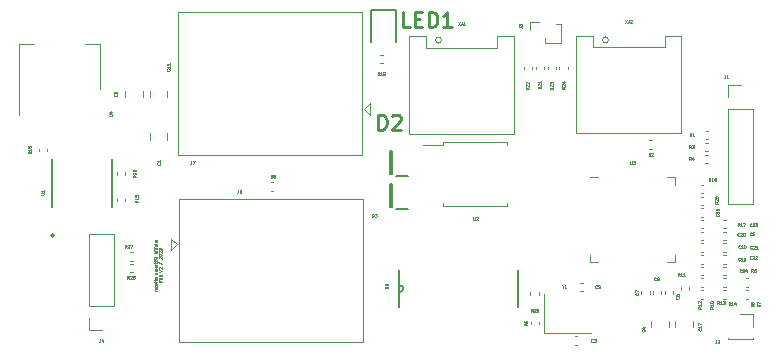
<source format=gbr>
G04 #@! TF.GenerationSoftware,KiCad,Pcbnew,7.99.0-1900-g89780d353a*
G04 #@! TF.CreationDate,2023-07-18T18:24:49+03:00*
G04 #@! TF.ProjectId,RP2040_minimal,52503230-3430-45f6-9d69-6e696d616c2e,REV1*
G04 #@! TF.SameCoordinates,Original*
G04 #@! TF.FileFunction,Legend,Top*
G04 #@! TF.FilePolarity,Positive*
%FSLAX46Y46*%
G04 Gerber Fmt 4.6, Leading zero omitted, Abs format (unit mm)*
G04 Created by KiCad (PCBNEW 7.99.0-1900-g89780d353a) date 2023-07-18 18:24:49*
%MOMM*%
%LPD*%
G01*
G04 APERTURE LIST*
%ADD10C,0.062500*%
%ADD11C,0.254000*%
%ADD12C,0.120000*%
%ADD13C,0.152400*%
%ADD14C,0.200000*%
%ADD15C,0.127000*%
G04 APERTURE END LIST*
D10*
X134907154Y-68577208D02*
X134740488Y-68577208D01*
X134764297Y-68577208D02*
X134752392Y-68565303D01*
X134752392Y-68565303D02*
X134740488Y-68541493D01*
X134740488Y-68541493D02*
X134740488Y-68505779D01*
X134740488Y-68505779D02*
X134752392Y-68481970D01*
X134752392Y-68481970D02*
X134776202Y-68470065D01*
X134776202Y-68470065D02*
X134907154Y-68470065D01*
X134776202Y-68470065D02*
X134752392Y-68458160D01*
X134752392Y-68458160D02*
X134740488Y-68434351D01*
X134740488Y-68434351D02*
X134740488Y-68398636D01*
X134740488Y-68398636D02*
X134752392Y-68374827D01*
X134752392Y-68374827D02*
X134776202Y-68362922D01*
X134776202Y-68362922D02*
X134907154Y-68362922D01*
X134907154Y-68208160D02*
X134895250Y-68231970D01*
X134895250Y-68231970D02*
X134883345Y-68243875D01*
X134883345Y-68243875D02*
X134859535Y-68255779D01*
X134859535Y-68255779D02*
X134788107Y-68255779D01*
X134788107Y-68255779D02*
X134764297Y-68243875D01*
X134764297Y-68243875D02*
X134752392Y-68231970D01*
X134752392Y-68231970D02*
X134740488Y-68208160D01*
X134740488Y-68208160D02*
X134740488Y-68172446D01*
X134740488Y-68172446D02*
X134752392Y-68148637D01*
X134752392Y-68148637D02*
X134764297Y-68136732D01*
X134764297Y-68136732D02*
X134788107Y-68124827D01*
X134788107Y-68124827D02*
X134859535Y-68124827D01*
X134859535Y-68124827D02*
X134883345Y-68136732D01*
X134883345Y-68136732D02*
X134895250Y-68148637D01*
X134895250Y-68148637D02*
X134907154Y-68172446D01*
X134907154Y-68172446D02*
X134907154Y-68208160D01*
X134740488Y-68041494D02*
X134907154Y-67981970D01*
X134907154Y-67981970D02*
X134740488Y-67922447D01*
X134907154Y-67827209D02*
X134740488Y-67827209D01*
X134657154Y-67827209D02*
X134669059Y-67839113D01*
X134669059Y-67839113D02*
X134680964Y-67827209D01*
X134680964Y-67827209D02*
X134669059Y-67815304D01*
X134669059Y-67815304D02*
X134657154Y-67827209D01*
X134657154Y-67827209D02*
X134680964Y-67827209D01*
X134740488Y-67743875D02*
X134740488Y-67648637D01*
X134657154Y-67708161D02*
X134871440Y-67708161D01*
X134871440Y-67708161D02*
X134895250Y-67696256D01*
X134895250Y-67696256D02*
X134907154Y-67672446D01*
X134907154Y-67672446D02*
X134907154Y-67648637D01*
X134907154Y-67458161D02*
X134776202Y-67458161D01*
X134776202Y-67458161D02*
X134752392Y-67470066D01*
X134752392Y-67470066D02*
X134740488Y-67493875D01*
X134740488Y-67493875D02*
X134740488Y-67541494D01*
X134740488Y-67541494D02*
X134752392Y-67565304D01*
X134895250Y-67458161D02*
X134907154Y-67481970D01*
X134907154Y-67481970D02*
X134907154Y-67541494D01*
X134907154Y-67541494D02*
X134895250Y-67565304D01*
X134895250Y-67565304D02*
X134871440Y-67577208D01*
X134871440Y-67577208D02*
X134847630Y-67577208D01*
X134847630Y-67577208D02*
X134823821Y-67565304D01*
X134823821Y-67565304D02*
X134811916Y-67541494D01*
X134811916Y-67541494D02*
X134811916Y-67481970D01*
X134811916Y-67481970D02*
X134800011Y-67458161D01*
X134895250Y-67160542D02*
X134907154Y-67136733D01*
X134907154Y-67136733D02*
X134907154Y-67089114D01*
X134907154Y-67089114D02*
X134895250Y-67065304D01*
X134895250Y-67065304D02*
X134871440Y-67053400D01*
X134871440Y-67053400D02*
X134859535Y-67053400D01*
X134859535Y-67053400D02*
X134835726Y-67065304D01*
X134835726Y-67065304D02*
X134823821Y-67089114D01*
X134823821Y-67089114D02*
X134823821Y-67124828D01*
X134823821Y-67124828D02*
X134811916Y-67148638D01*
X134811916Y-67148638D02*
X134788107Y-67160542D01*
X134788107Y-67160542D02*
X134776202Y-67160542D01*
X134776202Y-67160542D02*
X134752392Y-67148638D01*
X134752392Y-67148638D02*
X134740488Y-67124828D01*
X134740488Y-67124828D02*
X134740488Y-67089114D01*
X134740488Y-67089114D02*
X134752392Y-67065304D01*
X134907154Y-66946257D02*
X134740488Y-66946257D01*
X134764297Y-66946257D02*
X134752392Y-66934352D01*
X134752392Y-66934352D02*
X134740488Y-66910542D01*
X134740488Y-66910542D02*
X134740488Y-66874828D01*
X134740488Y-66874828D02*
X134752392Y-66851019D01*
X134752392Y-66851019D02*
X134776202Y-66839114D01*
X134776202Y-66839114D02*
X134907154Y-66839114D01*
X134776202Y-66839114D02*
X134752392Y-66827209D01*
X134752392Y-66827209D02*
X134740488Y-66803400D01*
X134740488Y-66803400D02*
X134740488Y-66767685D01*
X134740488Y-66767685D02*
X134752392Y-66743876D01*
X134752392Y-66743876D02*
X134776202Y-66731971D01*
X134776202Y-66731971D02*
X134907154Y-66731971D01*
X134907154Y-66505781D02*
X134776202Y-66505781D01*
X134776202Y-66505781D02*
X134752392Y-66517686D01*
X134752392Y-66517686D02*
X134740488Y-66541495D01*
X134740488Y-66541495D02*
X134740488Y-66589114D01*
X134740488Y-66589114D02*
X134752392Y-66612924D01*
X134895250Y-66505781D02*
X134907154Y-66529590D01*
X134907154Y-66529590D02*
X134907154Y-66589114D01*
X134907154Y-66589114D02*
X134895250Y-66612924D01*
X134895250Y-66612924D02*
X134871440Y-66624828D01*
X134871440Y-66624828D02*
X134847630Y-66624828D01*
X134847630Y-66624828D02*
X134823821Y-66612924D01*
X134823821Y-66612924D02*
X134811916Y-66589114D01*
X134811916Y-66589114D02*
X134811916Y-66529590D01*
X134811916Y-66529590D02*
X134800011Y-66505781D01*
X134907154Y-66386734D02*
X134740488Y-66386734D01*
X134788107Y-66386734D02*
X134764297Y-66374829D01*
X134764297Y-66374829D02*
X134752392Y-66362924D01*
X134752392Y-66362924D02*
X134740488Y-66339115D01*
X134740488Y-66339115D02*
X134740488Y-66315305D01*
X134740488Y-66267686D02*
X134740488Y-66172448D01*
X134657154Y-66231972D02*
X134871440Y-66231972D01*
X134871440Y-66231972D02*
X134895250Y-66220067D01*
X134895250Y-66220067D02*
X134907154Y-66196257D01*
X134907154Y-66196257D02*
X134907154Y-66172448D01*
X134776202Y-66089115D02*
X134776202Y-66005781D01*
X134907154Y-65970067D02*
X134907154Y-66089115D01*
X134907154Y-66089115D02*
X134657154Y-66089115D01*
X134657154Y-66089115D02*
X134657154Y-65970067D01*
X134930964Y-65696258D02*
X134919059Y-65720068D01*
X134919059Y-65720068D02*
X134895250Y-65743877D01*
X134895250Y-65743877D02*
X134859535Y-65779591D01*
X134859535Y-65779591D02*
X134847630Y-65803401D01*
X134847630Y-65803401D02*
X134847630Y-65827210D01*
X134907154Y-65815306D02*
X134895250Y-65839115D01*
X134895250Y-65839115D02*
X134871440Y-65862925D01*
X134871440Y-65862925D02*
X134823821Y-65874829D01*
X134823821Y-65874829D02*
X134740488Y-65874829D01*
X134740488Y-65874829D02*
X134692869Y-65862925D01*
X134692869Y-65862925D02*
X134669059Y-65839115D01*
X134669059Y-65839115D02*
X134657154Y-65815306D01*
X134657154Y-65815306D02*
X134657154Y-65767687D01*
X134657154Y-65767687D02*
X134669059Y-65743877D01*
X134669059Y-65743877D02*
X134692869Y-65720068D01*
X134692869Y-65720068D02*
X134740488Y-65708163D01*
X134740488Y-65708163D02*
X134823821Y-65708163D01*
X134823821Y-65708163D02*
X134871440Y-65720068D01*
X134871440Y-65720068D02*
X134895250Y-65743877D01*
X134895250Y-65743877D02*
X134907154Y-65767687D01*
X134907154Y-65767687D02*
X134907154Y-65815306D01*
X134907154Y-65410544D02*
X134657154Y-65410544D01*
X134752392Y-65410544D02*
X134740488Y-65386734D01*
X134740488Y-65386734D02*
X134740488Y-65339115D01*
X134740488Y-65339115D02*
X134752392Y-65315306D01*
X134752392Y-65315306D02*
X134764297Y-65303401D01*
X134764297Y-65303401D02*
X134788107Y-65291496D01*
X134788107Y-65291496D02*
X134859535Y-65291496D01*
X134859535Y-65291496D02*
X134883345Y-65303401D01*
X134883345Y-65303401D02*
X134895250Y-65315306D01*
X134895250Y-65315306D02*
X134907154Y-65339115D01*
X134907154Y-65339115D02*
X134907154Y-65386734D01*
X134907154Y-65386734D02*
X134895250Y-65410544D01*
X134907154Y-65184354D02*
X134740488Y-65184354D01*
X134657154Y-65184354D02*
X134669059Y-65196258D01*
X134669059Y-65196258D02*
X134680964Y-65184354D01*
X134680964Y-65184354D02*
X134669059Y-65172449D01*
X134669059Y-65172449D02*
X134657154Y-65184354D01*
X134657154Y-65184354D02*
X134680964Y-65184354D01*
X134907154Y-65029591D02*
X134895250Y-65053401D01*
X134895250Y-65053401D02*
X134871440Y-65065306D01*
X134871440Y-65065306D02*
X134657154Y-65065306D01*
X134907154Y-64934354D02*
X134740488Y-64934354D01*
X134657154Y-64934354D02*
X134669059Y-64946258D01*
X134669059Y-64946258D02*
X134680964Y-64934354D01*
X134680964Y-64934354D02*
X134669059Y-64922449D01*
X134669059Y-64922449D02*
X134657154Y-64934354D01*
X134657154Y-64934354D02*
X134680964Y-64934354D01*
X134895250Y-64827210D02*
X134907154Y-64803401D01*
X134907154Y-64803401D02*
X134907154Y-64755782D01*
X134907154Y-64755782D02*
X134895250Y-64731972D01*
X134895250Y-64731972D02*
X134871440Y-64720068D01*
X134871440Y-64720068D02*
X134859535Y-64720068D01*
X134859535Y-64720068D02*
X134835726Y-64731972D01*
X134835726Y-64731972D02*
X134823821Y-64755782D01*
X134823821Y-64755782D02*
X134823821Y-64791496D01*
X134823821Y-64791496D02*
X134811916Y-64815306D01*
X134811916Y-64815306D02*
X134788107Y-64827210D01*
X134788107Y-64827210D02*
X134776202Y-64827210D01*
X134776202Y-64827210D02*
X134752392Y-64815306D01*
X134752392Y-64815306D02*
X134740488Y-64791496D01*
X134740488Y-64791496D02*
X134740488Y-64755782D01*
X134740488Y-64755782D02*
X134752392Y-64731972D01*
X134907154Y-64612925D02*
X134740488Y-64612925D01*
X134657154Y-64612925D02*
X134669059Y-64624829D01*
X134669059Y-64624829D02*
X134680964Y-64612925D01*
X134680964Y-64612925D02*
X134669059Y-64601020D01*
X134669059Y-64601020D02*
X134657154Y-64612925D01*
X134657154Y-64612925D02*
X134680964Y-64612925D01*
X134907154Y-64493877D02*
X134740488Y-64493877D01*
X134764297Y-64493877D02*
X134752392Y-64481972D01*
X134752392Y-64481972D02*
X134740488Y-64458162D01*
X134740488Y-64458162D02*
X134740488Y-64422448D01*
X134740488Y-64422448D02*
X134752392Y-64398639D01*
X134752392Y-64398639D02*
X134776202Y-64386734D01*
X134776202Y-64386734D02*
X134907154Y-64386734D01*
X134776202Y-64386734D02*
X134752392Y-64374829D01*
X134752392Y-64374829D02*
X134740488Y-64351020D01*
X134740488Y-64351020D02*
X134740488Y-64315305D01*
X134740488Y-64315305D02*
X134752392Y-64291496D01*
X134752392Y-64291496D02*
X134776202Y-64279591D01*
X134776202Y-64279591D02*
X134907154Y-64279591D01*
X135309654Y-67851018D02*
X135059654Y-67851018D01*
X135309654Y-67708161D02*
X135166797Y-67815303D01*
X135059654Y-67708161D02*
X135202511Y-67851018D01*
X135297750Y-67612922D02*
X135309654Y-67577208D01*
X135309654Y-67577208D02*
X135309654Y-67517684D01*
X135309654Y-67517684D02*
X135297750Y-67493875D01*
X135297750Y-67493875D02*
X135285845Y-67481970D01*
X135285845Y-67481970D02*
X135262035Y-67470065D01*
X135262035Y-67470065D02*
X135238226Y-67470065D01*
X135238226Y-67470065D02*
X135214416Y-67481970D01*
X135214416Y-67481970D02*
X135202511Y-67493875D01*
X135202511Y-67493875D02*
X135190607Y-67517684D01*
X135190607Y-67517684D02*
X135178702Y-67565303D01*
X135178702Y-67565303D02*
X135166797Y-67589113D01*
X135166797Y-67589113D02*
X135154892Y-67601018D01*
X135154892Y-67601018D02*
X135131083Y-67612922D01*
X135131083Y-67612922D02*
X135107273Y-67612922D01*
X135107273Y-67612922D02*
X135083464Y-67601018D01*
X135083464Y-67601018D02*
X135071559Y-67589113D01*
X135071559Y-67589113D02*
X135059654Y-67565303D01*
X135059654Y-67565303D02*
X135059654Y-67505780D01*
X135059654Y-67505780D02*
X135071559Y-67470065D01*
X135297750Y-67374827D02*
X135309654Y-67339113D01*
X135309654Y-67339113D02*
X135309654Y-67279589D01*
X135309654Y-67279589D02*
X135297750Y-67255780D01*
X135297750Y-67255780D02*
X135285845Y-67243875D01*
X135285845Y-67243875D02*
X135262035Y-67231970D01*
X135262035Y-67231970D02*
X135238226Y-67231970D01*
X135238226Y-67231970D02*
X135214416Y-67243875D01*
X135214416Y-67243875D02*
X135202511Y-67255780D01*
X135202511Y-67255780D02*
X135190607Y-67279589D01*
X135190607Y-67279589D02*
X135178702Y-67327208D01*
X135178702Y-67327208D02*
X135166797Y-67351018D01*
X135166797Y-67351018D02*
X135154892Y-67362923D01*
X135154892Y-67362923D02*
X135131083Y-67374827D01*
X135131083Y-67374827D02*
X135107273Y-67374827D01*
X135107273Y-67374827D02*
X135083464Y-67362923D01*
X135083464Y-67362923D02*
X135071559Y-67351018D01*
X135071559Y-67351018D02*
X135059654Y-67327208D01*
X135059654Y-67327208D02*
X135059654Y-67267685D01*
X135059654Y-67267685D02*
X135071559Y-67231970D01*
X135059654Y-66970066D02*
X135309654Y-66886733D01*
X135309654Y-66886733D02*
X135059654Y-66803399D01*
X135083464Y-66731970D02*
X135071559Y-66720066D01*
X135071559Y-66720066D02*
X135059654Y-66696256D01*
X135059654Y-66696256D02*
X135059654Y-66636732D01*
X135059654Y-66636732D02*
X135071559Y-66612923D01*
X135071559Y-66612923D02*
X135083464Y-66601018D01*
X135083464Y-66601018D02*
X135107273Y-66589113D01*
X135107273Y-66589113D02*
X135131083Y-66589113D01*
X135131083Y-66589113D02*
X135166797Y-66601018D01*
X135166797Y-66601018D02*
X135309654Y-66743875D01*
X135309654Y-66743875D02*
X135309654Y-66589113D01*
X135047750Y-66112923D02*
X135369178Y-66327209D01*
X135083464Y-65851018D02*
X135071559Y-65839114D01*
X135071559Y-65839114D02*
X135059654Y-65815304D01*
X135059654Y-65815304D02*
X135059654Y-65755780D01*
X135059654Y-65755780D02*
X135071559Y-65731971D01*
X135071559Y-65731971D02*
X135083464Y-65720066D01*
X135083464Y-65720066D02*
X135107273Y-65708161D01*
X135107273Y-65708161D02*
X135131083Y-65708161D01*
X135131083Y-65708161D02*
X135166797Y-65720066D01*
X135166797Y-65720066D02*
X135309654Y-65862923D01*
X135309654Y-65862923D02*
X135309654Y-65708161D01*
X135059654Y-65553400D02*
X135059654Y-65529590D01*
X135059654Y-65529590D02*
X135071559Y-65505781D01*
X135071559Y-65505781D02*
X135083464Y-65493876D01*
X135083464Y-65493876D02*
X135107273Y-65481971D01*
X135107273Y-65481971D02*
X135154892Y-65470066D01*
X135154892Y-65470066D02*
X135214416Y-65470066D01*
X135214416Y-65470066D02*
X135262035Y-65481971D01*
X135262035Y-65481971D02*
X135285845Y-65493876D01*
X135285845Y-65493876D02*
X135297750Y-65505781D01*
X135297750Y-65505781D02*
X135309654Y-65529590D01*
X135309654Y-65529590D02*
X135309654Y-65553400D01*
X135309654Y-65553400D02*
X135297750Y-65577209D01*
X135297750Y-65577209D02*
X135285845Y-65589114D01*
X135285845Y-65589114D02*
X135262035Y-65601019D01*
X135262035Y-65601019D02*
X135214416Y-65612923D01*
X135214416Y-65612923D02*
X135154892Y-65612923D01*
X135154892Y-65612923D02*
X135107273Y-65601019D01*
X135107273Y-65601019D02*
X135083464Y-65589114D01*
X135083464Y-65589114D02*
X135071559Y-65577209D01*
X135071559Y-65577209D02*
X135059654Y-65553400D01*
X135083464Y-65374828D02*
X135071559Y-65362924D01*
X135071559Y-65362924D02*
X135059654Y-65339114D01*
X135059654Y-65339114D02*
X135059654Y-65279590D01*
X135059654Y-65279590D02*
X135071559Y-65255781D01*
X135071559Y-65255781D02*
X135083464Y-65243876D01*
X135083464Y-65243876D02*
X135107273Y-65231971D01*
X135107273Y-65231971D02*
X135131083Y-65231971D01*
X135131083Y-65231971D02*
X135166797Y-65243876D01*
X135166797Y-65243876D02*
X135309654Y-65386733D01*
X135309654Y-65386733D02*
X135309654Y-65231971D01*
X135059654Y-65148638D02*
X135059654Y-64993876D01*
X135059654Y-64993876D02*
X135154892Y-65077210D01*
X135154892Y-65077210D02*
X135154892Y-65041495D01*
X135154892Y-65041495D02*
X135166797Y-65017686D01*
X135166797Y-65017686D02*
X135178702Y-65005781D01*
X135178702Y-65005781D02*
X135202511Y-64993876D01*
X135202511Y-64993876D02*
X135262035Y-64993876D01*
X135262035Y-64993876D02*
X135285845Y-65005781D01*
X135285845Y-65005781D02*
X135297750Y-65017686D01*
X135297750Y-65017686D02*
X135309654Y-65041495D01*
X135309654Y-65041495D02*
X135309654Y-65112924D01*
X135309654Y-65112924D02*
X135297750Y-65136733D01*
X135297750Y-65136733D02*
X135285845Y-65148638D01*
X184294285Y-64944595D02*
X184282381Y-64956500D01*
X184282381Y-64956500D02*
X184246666Y-64968404D01*
X184246666Y-64968404D02*
X184222857Y-64968404D01*
X184222857Y-64968404D02*
X184187143Y-64956500D01*
X184187143Y-64956500D02*
X184163333Y-64932690D01*
X184163333Y-64932690D02*
X184151428Y-64908880D01*
X184151428Y-64908880D02*
X184139524Y-64861261D01*
X184139524Y-64861261D02*
X184139524Y-64825547D01*
X184139524Y-64825547D02*
X184151428Y-64777928D01*
X184151428Y-64777928D02*
X184163333Y-64754119D01*
X184163333Y-64754119D02*
X184187143Y-64730309D01*
X184187143Y-64730309D02*
X184222857Y-64718404D01*
X184222857Y-64718404D02*
X184246666Y-64718404D01*
X184246666Y-64718404D02*
X184282381Y-64730309D01*
X184282381Y-64730309D02*
X184294285Y-64742214D01*
X184532381Y-64968404D02*
X184389524Y-64968404D01*
X184460952Y-64968404D02*
X184460952Y-64718404D01*
X184460952Y-64718404D02*
X184437143Y-64754119D01*
X184437143Y-64754119D02*
X184413333Y-64777928D01*
X184413333Y-64777928D02*
X184389524Y-64789833D01*
X184687142Y-64718404D02*
X184710952Y-64718404D01*
X184710952Y-64718404D02*
X184734761Y-64730309D01*
X184734761Y-64730309D02*
X184746666Y-64742214D01*
X184746666Y-64742214D02*
X184758571Y-64766023D01*
X184758571Y-64766023D02*
X184770476Y-64813642D01*
X184770476Y-64813642D02*
X184770476Y-64873166D01*
X184770476Y-64873166D02*
X184758571Y-64920785D01*
X184758571Y-64920785D02*
X184746666Y-64944595D01*
X184746666Y-64944595D02*
X184734761Y-64956500D01*
X184734761Y-64956500D02*
X184710952Y-64968404D01*
X184710952Y-64968404D02*
X184687142Y-64968404D01*
X184687142Y-64968404D02*
X184663333Y-64956500D01*
X184663333Y-64956500D02*
X184651428Y-64944595D01*
X184651428Y-64944595D02*
X184639523Y-64920785D01*
X184639523Y-64920785D02*
X184627619Y-64873166D01*
X184627619Y-64873166D02*
X184627619Y-64813642D01*
X184627619Y-64813642D02*
X184639523Y-64766023D01*
X184639523Y-64766023D02*
X184651428Y-64742214D01*
X184651428Y-64742214D02*
X184663333Y-64730309D01*
X184663333Y-64730309D02*
X184687142Y-64718404D01*
X184395885Y-67001995D02*
X184383981Y-67013900D01*
X184383981Y-67013900D02*
X184348266Y-67025804D01*
X184348266Y-67025804D02*
X184324457Y-67025804D01*
X184324457Y-67025804D02*
X184288743Y-67013900D01*
X184288743Y-67013900D02*
X184264933Y-66990090D01*
X184264933Y-66990090D02*
X184253028Y-66966280D01*
X184253028Y-66966280D02*
X184241124Y-66918661D01*
X184241124Y-66918661D02*
X184241124Y-66882947D01*
X184241124Y-66882947D02*
X184253028Y-66835328D01*
X184253028Y-66835328D02*
X184264933Y-66811519D01*
X184264933Y-66811519D02*
X184288743Y-66787709D01*
X184288743Y-66787709D02*
X184324457Y-66775804D01*
X184324457Y-66775804D02*
X184348266Y-66775804D01*
X184348266Y-66775804D02*
X184383981Y-66787709D01*
X184383981Y-66787709D02*
X184395885Y-66799614D01*
X184491124Y-66799614D02*
X184503028Y-66787709D01*
X184503028Y-66787709D02*
X184526838Y-66775804D01*
X184526838Y-66775804D02*
X184586362Y-66775804D01*
X184586362Y-66775804D02*
X184610171Y-66787709D01*
X184610171Y-66787709D02*
X184622076Y-66799614D01*
X184622076Y-66799614D02*
X184633981Y-66823423D01*
X184633981Y-66823423D02*
X184633981Y-66847233D01*
X184633981Y-66847233D02*
X184622076Y-66882947D01*
X184622076Y-66882947D02*
X184479219Y-67025804D01*
X184479219Y-67025804D02*
X184633981Y-67025804D01*
X184848266Y-66859138D02*
X184848266Y-67025804D01*
X184788742Y-66763900D02*
X184729219Y-66942471D01*
X184729219Y-66942471D02*
X184883980Y-66942471D01*
X154243804Y-68373876D02*
X154446185Y-68373876D01*
X154446185Y-68373876D02*
X154469995Y-68361971D01*
X154469995Y-68361971D02*
X154481900Y-68350066D01*
X154481900Y-68350066D02*
X154493804Y-68326257D01*
X154493804Y-68326257D02*
X154493804Y-68278638D01*
X154493804Y-68278638D02*
X154481900Y-68254828D01*
X154481900Y-68254828D02*
X154469995Y-68242923D01*
X154469995Y-68242923D02*
X154446185Y-68231019D01*
X154446185Y-68231019D02*
X154243804Y-68231019D01*
X154243804Y-68004828D02*
X154243804Y-68052447D01*
X154243804Y-68052447D02*
X154255709Y-68076256D01*
X154255709Y-68076256D02*
X154267614Y-68088161D01*
X154267614Y-68088161D02*
X154303328Y-68111971D01*
X154303328Y-68111971D02*
X154350947Y-68123875D01*
X154350947Y-68123875D02*
X154446185Y-68123875D01*
X154446185Y-68123875D02*
X154469995Y-68111971D01*
X154469995Y-68111971D02*
X154481900Y-68100066D01*
X154481900Y-68100066D02*
X154493804Y-68076256D01*
X154493804Y-68076256D02*
X154493804Y-68028637D01*
X154493804Y-68028637D02*
X154481900Y-68004828D01*
X154481900Y-68004828D02*
X154469995Y-67992923D01*
X154469995Y-67992923D02*
X154446185Y-67981018D01*
X154446185Y-67981018D02*
X154386661Y-67981018D01*
X154386661Y-67981018D02*
X154362852Y-67992923D01*
X154362852Y-67992923D02*
X154350947Y-68004828D01*
X154350947Y-68004828D02*
X154339042Y-68028637D01*
X154339042Y-68028637D02*
X154339042Y-68076256D01*
X154339042Y-68076256D02*
X154350947Y-68100066D01*
X154350947Y-68100066D02*
X154362852Y-68111971D01*
X154362852Y-68111971D02*
X154386661Y-68123875D01*
X180120733Y-57526204D02*
X180037400Y-57407157D01*
X179977876Y-57526204D02*
X179977876Y-57276204D01*
X179977876Y-57276204D02*
X180073114Y-57276204D01*
X180073114Y-57276204D02*
X180096924Y-57288109D01*
X180096924Y-57288109D02*
X180108829Y-57300014D01*
X180108829Y-57300014D02*
X180120733Y-57323823D01*
X180120733Y-57323823D02*
X180120733Y-57359538D01*
X180120733Y-57359538D02*
X180108829Y-57383347D01*
X180108829Y-57383347D02*
X180096924Y-57395252D01*
X180096924Y-57395252D02*
X180073114Y-57407157D01*
X180073114Y-57407157D02*
X179977876Y-57407157D01*
X180335019Y-57359538D02*
X180335019Y-57526204D01*
X180275495Y-57264300D02*
X180215972Y-57442871D01*
X180215972Y-57442871D02*
X180370733Y-57442871D01*
X183456085Y-69769004D02*
X183372752Y-69649957D01*
X183313228Y-69769004D02*
X183313228Y-69519004D01*
X183313228Y-69519004D02*
X183408466Y-69519004D01*
X183408466Y-69519004D02*
X183432276Y-69530909D01*
X183432276Y-69530909D02*
X183444181Y-69542814D01*
X183444181Y-69542814D02*
X183456085Y-69566623D01*
X183456085Y-69566623D02*
X183456085Y-69602338D01*
X183456085Y-69602338D02*
X183444181Y-69626147D01*
X183444181Y-69626147D02*
X183432276Y-69638052D01*
X183432276Y-69638052D02*
X183408466Y-69649957D01*
X183408466Y-69649957D02*
X183313228Y-69649957D01*
X183694181Y-69769004D02*
X183551324Y-69769004D01*
X183622752Y-69769004D02*
X183622752Y-69519004D01*
X183622752Y-69519004D02*
X183598943Y-69554719D01*
X183598943Y-69554719D02*
X183575133Y-69578528D01*
X183575133Y-69578528D02*
X183551324Y-69590433D01*
X183908466Y-69602338D02*
X183908466Y-69769004D01*
X183848942Y-69507100D02*
X183789419Y-69685671D01*
X183789419Y-69685671D02*
X183944180Y-69685671D01*
D11*
X153628618Y-54952718D02*
X153628618Y-53682718D01*
X153628618Y-53682718D02*
X153930999Y-53682718D01*
X153930999Y-53682718D02*
X154112428Y-53743194D01*
X154112428Y-53743194D02*
X154233380Y-53864146D01*
X154233380Y-53864146D02*
X154293857Y-53985099D01*
X154293857Y-53985099D02*
X154354333Y-54227003D01*
X154354333Y-54227003D02*
X154354333Y-54408432D01*
X154354333Y-54408432D02*
X154293857Y-54650337D01*
X154293857Y-54650337D02*
X154233380Y-54771289D01*
X154233380Y-54771289D02*
X154112428Y-54892242D01*
X154112428Y-54892242D02*
X153930999Y-54952718D01*
X153930999Y-54952718D02*
X153628618Y-54952718D01*
X154838142Y-53803670D02*
X154898618Y-53743194D01*
X154898618Y-53743194D02*
X155019571Y-53682718D01*
X155019571Y-53682718D02*
X155321952Y-53682718D01*
X155321952Y-53682718D02*
X155442904Y-53743194D01*
X155442904Y-53743194D02*
X155503380Y-53803670D01*
X155503380Y-53803670D02*
X155563857Y-53924622D01*
X155563857Y-53924622D02*
X155563857Y-54045575D01*
X155563857Y-54045575D02*
X155503380Y-54227003D01*
X155503380Y-54227003D02*
X154777666Y-54952718D01*
X154777666Y-54952718D02*
X155563857Y-54952718D01*
D10*
X184218085Y-63928595D02*
X184206181Y-63940500D01*
X184206181Y-63940500D02*
X184170466Y-63952404D01*
X184170466Y-63952404D02*
X184146657Y-63952404D01*
X184146657Y-63952404D02*
X184110943Y-63940500D01*
X184110943Y-63940500D02*
X184087133Y-63916690D01*
X184087133Y-63916690D02*
X184075228Y-63892880D01*
X184075228Y-63892880D02*
X184063324Y-63845261D01*
X184063324Y-63845261D02*
X184063324Y-63809547D01*
X184063324Y-63809547D02*
X184075228Y-63761928D01*
X184075228Y-63761928D02*
X184087133Y-63738119D01*
X184087133Y-63738119D02*
X184110943Y-63714309D01*
X184110943Y-63714309D02*
X184146657Y-63702404D01*
X184146657Y-63702404D02*
X184170466Y-63702404D01*
X184170466Y-63702404D02*
X184206181Y-63714309D01*
X184206181Y-63714309D02*
X184218085Y-63726214D01*
X184313324Y-63726214D02*
X184325228Y-63714309D01*
X184325228Y-63714309D02*
X184349038Y-63702404D01*
X184349038Y-63702404D02*
X184408562Y-63702404D01*
X184408562Y-63702404D02*
X184432371Y-63714309D01*
X184432371Y-63714309D02*
X184444276Y-63726214D01*
X184444276Y-63726214D02*
X184456181Y-63750023D01*
X184456181Y-63750023D02*
X184456181Y-63773833D01*
X184456181Y-63773833D02*
X184444276Y-63809547D01*
X184444276Y-63809547D02*
X184301419Y-63952404D01*
X184301419Y-63952404D02*
X184456181Y-63952404D01*
X184610942Y-63702404D02*
X184634752Y-63702404D01*
X184634752Y-63702404D02*
X184658561Y-63714309D01*
X184658561Y-63714309D02*
X184670466Y-63726214D01*
X184670466Y-63726214D02*
X184682371Y-63750023D01*
X184682371Y-63750023D02*
X184694276Y-63797642D01*
X184694276Y-63797642D02*
X184694276Y-63857166D01*
X184694276Y-63857166D02*
X184682371Y-63904785D01*
X184682371Y-63904785D02*
X184670466Y-63928595D01*
X184670466Y-63928595D02*
X184658561Y-63940500D01*
X184658561Y-63940500D02*
X184634752Y-63952404D01*
X184634752Y-63952404D02*
X184610942Y-63952404D01*
X184610942Y-63952404D02*
X184587133Y-63940500D01*
X184587133Y-63940500D02*
X184575228Y-63928595D01*
X184575228Y-63928595D02*
X184563323Y-63904785D01*
X184563323Y-63904785D02*
X184551419Y-63857166D01*
X184551419Y-63857166D02*
X184551419Y-63797642D01*
X184551419Y-63797642D02*
X184563323Y-63750023D01*
X184563323Y-63750023D02*
X184575228Y-63726214D01*
X184575228Y-63726214D02*
X184587133Y-63714309D01*
X184587133Y-63714309D02*
X184610942Y-63702404D01*
X185315285Y-64996995D02*
X185303381Y-65008900D01*
X185303381Y-65008900D02*
X185267666Y-65020804D01*
X185267666Y-65020804D02*
X185243857Y-65020804D01*
X185243857Y-65020804D02*
X185208143Y-65008900D01*
X185208143Y-65008900D02*
X185184333Y-64985090D01*
X185184333Y-64985090D02*
X185172428Y-64961280D01*
X185172428Y-64961280D02*
X185160524Y-64913661D01*
X185160524Y-64913661D02*
X185160524Y-64877947D01*
X185160524Y-64877947D02*
X185172428Y-64830328D01*
X185172428Y-64830328D02*
X185184333Y-64806519D01*
X185184333Y-64806519D02*
X185208143Y-64782709D01*
X185208143Y-64782709D02*
X185243857Y-64770804D01*
X185243857Y-64770804D02*
X185267666Y-64770804D01*
X185267666Y-64770804D02*
X185303381Y-64782709D01*
X185303381Y-64782709D02*
X185315285Y-64794614D01*
X185410524Y-64794614D02*
X185422428Y-64782709D01*
X185422428Y-64782709D02*
X185446238Y-64770804D01*
X185446238Y-64770804D02*
X185505762Y-64770804D01*
X185505762Y-64770804D02*
X185529571Y-64782709D01*
X185529571Y-64782709D02*
X185541476Y-64794614D01*
X185541476Y-64794614D02*
X185553381Y-64818423D01*
X185553381Y-64818423D02*
X185553381Y-64842233D01*
X185553381Y-64842233D02*
X185541476Y-64877947D01*
X185541476Y-64877947D02*
X185398619Y-65020804D01*
X185398619Y-65020804D02*
X185553381Y-65020804D01*
X185791476Y-65020804D02*
X185648619Y-65020804D01*
X185720047Y-65020804D02*
X185720047Y-64770804D01*
X185720047Y-64770804D02*
X185696238Y-64806519D01*
X185696238Y-64806519D02*
X185672428Y-64830328D01*
X185672428Y-64830328D02*
X185648619Y-64842233D01*
X169454404Y-51326114D02*
X169335357Y-51409447D01*
X169454404Y-51468971D02*
X169204404Y-51468971D01*
X169204404Y-51468971D02*
X169204404Y-51373733D01*
X169204404Y-51373733D02*
X169216309Y-51349923D01*
X169216309Y-51349923D02*
X169228214Y-51338018D01*
X169228214Y-51338018D02*
X169252023Y-51326114D01*
X169252023Y-51326114D02*
X169287738Y-51326114D01*
X169287738Y-51326114D02*
X169311547Y-51338018D01*
X169311547Y-51338018D02*
X169323452Y-51349923D01*
X169323452Y-51349923D02*
X169335357Y-51373733D01*
X169335357Y-51373733D02*
X169335357Y-51468971D01*
X169228214Y-51230875D02*
X169216309Y-51218971D01*
X169216309Y-51218971D02*
X169204404Y-51195161D01*
X169204404Y-51195161D02*
X169204404Y-51135637D01*
X169204404Y-51135637D02*
X169216309Y-51111828D01*
X169216309Y-51111828D02*
X169228214Y-51099923D01*
X169228214Y-51099923D02*
X169252023Y-51088018D01*
X169252023Y-51088018D02*
X169275833Y-51088018D01*
X169275833Y-51088018D02*
X169311547Y-51099923D01*
X169311547Y-51099923D02*
X169454404Y-51242780D01*
X169454404Y-51242780D02*
X169454404Y-51088018D01*
X169287738Y-50873733D02*
X169454404Y-50873733D01*
X169192500Y-50933257D02*
X169371071Y-50992780D01*
X169371071Y-50992780D02*
X169371071Y-50838019D01*
X175653595Y-68783866D02*
X175665500Y-68795770D01*
X175665500Y-68795770D02*
X175677404Y-68831485D01*
X175677404Y-68831485D02*
X175677404Y-68855294D01*
X175677404Y-68855294D02*
X175665500Y-68891008D01*
X175665500Y-68891008D02*
X175641690Y-68914818D01*
X175641690Y-68914818D02*
X175617880Y-68926723D01*
X175617880Y-68926723D02*
X175570261Y-68938627D01*
X175570261Y-68938627D02*
X175534547Y-68938627D01*
X175534547Y-68938627D02*
X175486928Y-68926723D01*
X175486928Y-68926723D02*
X175463119Y-68914818D01*
X175463119Y-68914818D02*
X175439309Y-68891008D01*
X175439309Y-68891008D02*
X175427404Y-68855294D01*
X175427404Y-68855294D02*
X175427404Y-68831485D01*
X175427404Y-68831485D02*
X175439309Y-68795770D01*
X175439309Y-68795770D02*
X175451214Y-68783866D01*
X175427404Y-68700532D02*
X175427404Y-68533866D01*
X175427404Y-68533866D02*
X175677404Y-68641008D01*
X133310204Y-60952714D02*
X133191157Y-61036047D01*
X133310204Y-61095571D02*
X133060204Y-61095571D01*
X133060204Y-61095571D02*
X133060204Y-61000333D01*
X133060204Y-61000333D02*
X133072109Y-60976523D01*
X133072109Y-60976523D02*
X133084014Y-60964618D01*
X133084014Y-60964618D02*
X133107823Y-60952714D01*
X133107823Y-60952714D02*
X133143538Y-60952714D01*
X133143538Y-60952714D02*
X133167347Y-60964618D01*
X133167347Y-60964618D02*
X133179252Y-60976523D01*
X133179252Y-60976523D02*
X133191157Y-61000333D01*
X133191157Y-61000333D02*
X133191157Y-61095571D01*
X133310204Y-60714618D02*
X133310204Y-60857475D01*
X133310204Y-60786047D02*
X133060204Y-60786047D01*
X133060204Y-60786047D02*
X133095919Y-60809856D01*
X133095919Y-60809856D02*
X133119728Y-60833666D01*
X133119728Y-60833666D02*
X133131633Y-60857475D01*
X133060204Y-60488428D02*
X133060204Y-60607476D01*
X133060204Y-60607476D02*
X133179252Y-60619380D01*
X133179252Y-60619380D02*
X133167347Y-60607476D01*
X133167347Y-60607476D02*
X133155442Y-60583666D01*
X133155442Y-60583666D02*
X133155442Y-60524142D01*
X133155442Y-60524142D02*
X133167347Y-60500333D01*
X133167347Y-60500333D02*
X133179252Y-60488428D01*
X133179252Y-60488428D02*
X133203061Y-60476523D01*
X133203061Y-60476523D02*
X133262585Y-60476523D01*
X133262585Y-60476523D02*
X133286395Y-60488428D01*
X133286395Y-60488428D02*
X133298300Y-60500333D01*
X133298300Y-60500333D02*
X133310204Y-60524142D01*
X133310204Y-60524142D02*
X133310204Y-60583666D01*
X133310204Y-60583666D02*
X133298300Y-60607476D01*
X133298300Y-60607476D02*
X133286395Y-60619380D01*
X124225404Y-56812514D02*
X124106357Y-56895847D01*
X124225404Y-56955371D02*
X123975404Y-56955371D01*
X123975404Y-56955371D02*
X123975404Y-56860133D01*
X123975404Y-56860133D02*
X123987309Y-56836323D01*
X123987309Y-56836323D02*
X123999214Y-56824418D01*
X123999214Y-56824418D02*
X124023023Y-56812514D01*
X124023023Y-56812514D02*
X124058738Y-56812514D01*
X124058738Y-56812514D02*
X124082547Y-56824418D01*
X124082547Y-56824418D02*
X124094452Y-56836323D01*
X124094452Y-56836323D02*
X124106357Y-56860133D01*
X124106357Y-56860133D02*
X124106357Y-56955371D01*
X124225404Y-56574418D02*
X124225404Y-56717275D01*
X124225404Y-56645847D02*
X123975404Y-56645847D01*
X123975404Y-56645847D02*
X124011119Y-56669656D01*
X124011119Y-56669656D02*
X124034928Y-56693466D01*
X124034928Y-56693466D02*
X124046833Y-56717275D01*
X123975404Y-56360133D02*
X123975404Y-56407752D01*
X123975404Y-56407752D02*
X123987309Y-56431561D01*
X123987309Y-56431561D02*
X123999214Y-56443466D01*
X123999214Y-56443466D02*
X124034928Y-56467276D01*
X124034928Y-56467276D02*
X124082547Y-56479180D01*
X124082547Y-56479180D02*
X124177785Y-56479180D01*
X124177785Y-56479180D02*
X124201595Y-56467276D01*
X124201595Y-56467276D02*
X124213500Y-56455371D01*
X124213500Y-56455371D02*
X124225404Y-56431561D01*
X124225404Y-56431561D02*
X124225404Y-56383942D01*
X124225404Y-56383942D02*
X124213500Y-56360133D01*
X124213500Y-56360133D02*
X124201595Y-56348228D01*
X124201595Y-56348228D02*
X124177785Y-56336323D01*
X124177785Y-56336323D02*
X124118261Y-56336323D01*
X124118261Y-56336323D02*
X124094452Y-56348228D01*
X124094452Y-56348228D02*
X124082547Y-56360133D01*
X124082547Y-56360133D02*
X124070642Y-56383942D01*
X124070642Y-56383942D02*
X124070642Y-56431561D01*
X124070642Y-56431561D02*
X124082547Y-56455371D01*
X124082547Y-56455371D02*
X124094452Y-56467276D01*
X124094452Y-56467276D02*
X124118261Y-56479180D01*
X125105404Y-60442476D02*
X125307785Y-60442476D01*
X125307785Y-60442476D02*
X125331595Y-60430571D01*
X125331595Y-60430571D02*
X125343500Y-60418666D01*
X125343500Y-60418666D02*
X125355404Y-60394857D01*
X125355404Y-60394857D02*
X125355404Y-60347238D01*
X125355404Y-60347238D02*
X125343500Y-60323428D01*
X125343500Y-60323428D02*
X125331595Y-60311523D01*
X125331595Y-60311523D02*
X125307785Y-60299619D01*
X125307785Y-60299619D02*
X125105404Y-60299619D01*
X125355404Y-60049618D02*
X125355404Y-60192475D01*
X125355404Y-60121047D02*
X125105404Y-60121047D01*
X125105404Y-60121047D02*
X125141119Y-60144856D01*
X125141119Y-60144856D02*
X125164928Y-60168666D01*
X125164928Y-60168666D02*
X125176833Y-60192475D01*
X144687733Y-58999404D02*
X144604400Y-58880357D01*
X144544876Y-58999404D02*
X144544876Y-58749404D01*
X144544876Y-58749404D02*
X144640114Y-58749404D01*
X144640114Y-58749404D02*
X144663924Y-58761309D01*
X144663924Y-58761309D02*
X144675829Y-58773214D01*
X144675829Y-58773214D02*
X144687733Y-58797023D01*
X144687733Y-58797023D02*
X144687733Y-58832738D01*
X144687733Y-58832738D02*
X144675829Y-58856547D01*
X144675829Y-58856547D02*
X144663924Y-58868452D01*
X144663924Y-58868452D02*
X144640114Y-58880357D01*
X144640114Y-58880357D02*
X144544876Y-58880357D01*
X144830591Y-58856547D02*
X144806781Y-58844642D01*
X144806781Y-58844642D02*
X144794876Y-58832738D01*
X144794876Y-58832738D02*
X144782972Y-58808928D01*
X144782972Y-58808928D02*
X144782972Y-58797023D01*
X144782972Y-58797023D02*
X144794876Y-58773214D01*
X144794876Y-58773214D02*
X144806781Y-58761309D01*
X144806781Y-58761309D02*
X144830591Y-58749404D01*
X144830591Y-58749404D02*
X144878210Y-58749404D01*
X144878210Y-58749404D02*
X144902019Y-58761309D01*
X144902019Y-58761309D02*
X144913924Y-58773214D01*
X144913924Y-58773214D02*
X144925829Y-58797023D01*
X144925829Y-58797023D02*
X144925829Y-58808928D01*
X144925829Y-58808928D02*
X144913924Y-58832738D01*
X144913924Y-58832738D02*
X144902019Y-58844642D01*
X144902019Y-58844642D02*
X144878210Y-58856547D01*
X144878210Y-58856547D02*
X144830591Y-58856547D01*
X144830591Y-58856547D02*
X144806781Y-58868452D01*
X144806781Y-58868452D02*
X144794876Y-58880357D01*
X144794876Y-58880357D02*
X144782972Y-58904166D01*
X144782972Y-58904166D02*
X144782972Y-58951785D01*
X144782972Y-58951785D02*
X144794876Y-58975595D01*
X144794876Y-58975595D02*
X144806781Y-58987500D01*
X144806781Y-58987500D02*
X144830591Y-58999404D01*
X144830591Y-58999404D02*
X144878210Y-58999404D01*
X144878210Y-58999404D02*
X144902019Y-58987500D01*
X144902019Y-58987500D02*
X144913924Y-58975595D01*
X144913924Y-58975595D02*
X144925829Y-58951785D01*
X144925829Y-58951785D02*
X144925829Y-58904166D01*
X144925829Y-58904166D02*
X144913924Y-58880357D01*
X144913924Y-58880357D02*
X144902019Y-58868452D01*
X144902019Y-58868452D02*
X144878210Y-58856547D01*
X177174333Y-67687795D02*
X177162429Y-67699700D01*
X177162429Y-67699700D02*
X177126714Y-67711604D01*
X177126714Y-67711604D02*
X177102905Y-67711604D01*
X177102905Y-67711604D02*
X177067191Y-67699700D01*
X177067191Y-67699700D02*
X177043381Y-67675890D01*
X177043381Y-67675890D02*
X177031476Y-67652080D01*
X177031476Y-67652080D02*
X177019572Y-67604461D01*
X177019572Y-67604461D02*
X177019572Y-67568747D01*
X177019572Y-67568747D02*
X177031476Y-67521128D01*
X177031476Y-67521128D02*
X177043381Y-67497319D01*
X177043381Y-67497319D02*
X177067191Y-67473509D01*
X177067191Y-67473509D02*
X177102905Y-67461604D01*
X177102905Y-67461604D02*
X177126714Y-67461604D01*
X177126714Y-67461604D02*
X177162429Y-67473509D01*
X177162429Y-67473509D02*
X177174333Y-67485414D01*
X177317191Y-67568747D02*
X177293381Y-67556842D01*
X177293381Y-67556842D02*
X177281476Y-67544938D01*
X177281476Y-67544938D02*
X177269572Y-67521128D01*
X177269572Y-67521128D02*
X177269572Y-67509223D01*
X177269572Y-67509223D02*
X177281476Y-67485414D01*
X177281476Y-67485414D02*
X177293381Y-67473509D01*
X177293381Y-67473509D02*
X177317191Y-67461604D01*
X177317191Y-67461604D02*
X177364810Y-67461604D01*
X177364810Y-67461604D02*
X177388619Y-67473509D01*
X177388619Y-67473509D02*
X177400524Y-67485414D01*
X177400524Y-67485414D02*
X177412429Y-67509223D01*
X177412429Y-67509223D02*
X177412429Y-67521128D01*
X177412429Y-67521128D02*
X177400524Y-67544938D01*
X177400524Y-67544938D02*
X177388619Y-67556842D01*
X177388619Y-67556842D02*
X177364810Y-67568747D01*
X177364810Y-67568747D02*
X177317191Y-67568747D01*
X177317191Y-67568747D02*
X177293381Y-67580652D01*
X177293381Y-67580652D02*
X177281476Y-67592557D01*
X177281476Y-67592557D02*
X177269572Y-67616366D01*
X177269572Y-67616366D02*
X177269572Y-67663985D01*
X177269572Y-67663985D02*
X177281476Y-67687795D01*
X177281476Y-67687795D02*
X177293381Y-67699700D01*
X177293381Y-67699700D02*
X177317191Y-67711604D01*
X177317191Y-67711604D02*
X177364810Y-67711604D01*
X177364810Y-67711604D02*
X177388619Y-67699700D01*
X177388619Y-67699700D02*
X177400524Y-67687795D01*
X177400524Y-67687795D02*
X177412429Y-67663985D01*
X177412429Y-67663985D02*
X177412429Y-67616366D01*
X177412429Y-67616366D02*
X177400524Y-67592557D01*
X177400524Y-67592557D02*
X177388619Y-67580652D01*
X177388619Y-67580652D02*
X177364810Y-67568747D01*
X131508395Y-51969066D02*
X131520300Y-51980970D01*
X131520300Y-51980970D02*
X131532204Y-52016685D01*
X131532204Y-52016685D02*
X131532204Y-52040494D01*
X131532204Y-52040494D02*
X131520300Y-52076208D01*
X131520300Y-52076208D02*
X131496490Y-52100018D01*
X131496490Y-52100018D02*
X131472680Y-52111923D01*
X131472680Y-52111923D02*
X131425061Y-52123827D01*
X131425061Y-52123827D02*
X131389347Y-52123827D01*
X131389347Y-52123827D02*
X131341728Y-52111923D01*
X131341728Y-52111923D02*
X131317919Y-52100018D01*
X131317919Y-52100018D02*
X131294109Y-52076208D01*
X131294109Y-52076208D02*
X131282204Y-52040494D01*
X131282204Y-52040494D02*
X131282204Y-52016685D01*
X131282204Y-52016685D02*
X131294109Y-51980970D01*
X131294109Y-51980970D02*
X131306014Y-51969066D01*
X131532204Y-51850018D02*
X131532204Y-51802399D01*
X131532204Y-51802399D02*
X131520300Y-51778589D01*
X131520300Y-51778589D02*
X131508395Y-51766685D01*
X131508395Y-51766685D02*
X131472680Y-51742875D01*
X131472680Y-51742875D02*
X131425061Y-51730970D01*
X131425061Y-51730970D02*
X131329823Y-51730970D01*
X131329823Y-51730970D02*
X131306014Y-51742875D01*
X131306014Y-51742875D02*
X131294109Y-51754780D01*
X131294109Y-51754780D02*
X131282204Y-51778589D01*
X131282204Y-51778589D02*
X131282204Y-51826208D01*
X131282204Y-51826208D02*
X131294109Y-51850018D01*
X131294109Y-51850018D02*
X131306014Y-51861923D01*
X131306014Y-51861923D02*
X131329823Y-51873827D01*
X131329823Y-51873827D02*
X131389347Y-51873827D01*
X131389347Y-51873827D02*
X131413157Y-51861923D01*
X131413157Y-51861923D02*
X131425061Y-51850018D01*
X131425061Y-51850018D02*
X131436966Y-51826208D01*
X131436966Y-51826208D02*
X131436966Y-51778589D01*
X131436966Y-51778589D02*
X131425061Y-51754780D01*
X131425061Y-51754780D02*
X131413157Y-51742875D01*
X131413157Y-51742875D02*
X131389347Y-51730970D01*
X166279404Y-71374666D02*
X166160357Y-71457999D01*
X166279404Y-71517523D02*
X166029404Y-71517523D01*
X166029404Y-71517523D02*
X166029404Y-71422285D01*
X166029404Y-71422285D02*
X166041309Y-71398475D01*
X166041309Y-71398475D02*
X166053214Y-71386570D01*
X166053214Y-71386570D02*
X166077023Y-71374666D01*
X166077023Y-71374666D02*
X166112738Y-71374666D01*
X166112738Y-71374666D02*
X166136547Y-71386570D01*
X166136547Y-71386570D02*
X166148452Y-71398475D01*
X166148452Y-71398475D02*
X166160357Y-71422285D01*
X166160357Y-71422285D02*
X166160357Y-71517523D01*
X166029404Y-71148475D02*
X166029404Y-71267523D01*
X166029404Y-71267523D02*
X166148452Y-71279427D01*
X166148452Y-71279427D02*
X166136547Y-71267523D01*
X166136547Y-71267523D02*
X166124642Y-71243713D01*
X166124642Y-71243713D02*
X166124642Y-71184189D01*
X166124642Y-71184189D02*
X166136547Y-71160380D01*
X166136547Y-71160380D02*
X166148452Y-71148475D01*
X166148452Y-71148475D02*
X166172261Y-71136570D01*
X166172261Y-71136570D02*
X166231785Y-71136570D01*
X166231785Y-71136570D02*
X166255595Y-71148475D01*
X166255595Y-71148475D02*
X166267500Y-71160380D01*
X166267500Y-71160380D02*
X166279404Y-71184189D01*
X166279404Y-71184189D02*
X166279404Y-71243713D01*
X166279404Y-71243713D02*
X166267500Y-71267523D01*
X166267500Y-71267523D02*
X166255595Y-71279427D01*
X174993523Y-57612404D02*
X174993523Y-57814785D01*
X174993523Y-57814785D02*
X175005428Y-57838595D01*
X175005428Y-57838595D02*
X175017333Y-57850500D01*
X175017333Y-57850500D02*
X175041142Y-57862404D01*
X175041142Y-57862404D02*
X175088761Y-57862404D01*
X175088761Y-57862404D02*
X175112571Y-57850500D01*
X175112571Y-57850500D02*
X175124476Y-57838595D01*
X175124476Y-57838595D02*
X175136380Y-57814785D01*
X175136380Y-57814785D02*
X175136380Y-57612404D01*
X175231619Y-57612404D02*
X175386381Y-57612404D01*
X175386381Y-57612404D02*
X175303047Y-57707642D01*
X175303047Y-57707642D02*
X175338762Y-57707642D01*
X175338762Y-57707642D02*
X175362571Y-57719547D01*
X175362571Y-57719547D02*
X175374476Y-57731452D01*
X175374476Y-57731452D02*
X175386381Y-57755261D01*
X175386381Y-57755261D02*
X175386381Y-57814785D01*
X175386381Y-57814785D02*
X175374476Y-57838595D01*
X175374476Y-57838595D02*
X175362571Y-57850500D01*
X175362571Y-57850500D02*
X175338762Y-57862404D01*
X175338762Y-57862404D02*
X175267333Y-57862404D01*
X175267333Y-57862404D02*
X175243524Y-57850500D01*
X175243524Y-57850500D02*
X175231619Y-57838595D01*
X130122667Y-72690804D02*
X130122667Y-72869376D01*
X130122667Y-72869376D02*
X130110762Y-72905090D01*
X130110762Y-72905090D02*
X130086953Y-72928900D01*
X130086953Y-72928900D02*
X130051238Y-72940804D01*
X130051238Y-72940804D02*
X130027429Y-72940804D01*
X130348857Y-72774138D02*
X130348857Y-72940804D01*
X130289333Y-72678900D02*
X130229810Y-72857471D01*
X130229810Y-72857471D02*
X130384571Y-72857471D01*
X133149404Y-58819114D02*
X133030357Y-58902447D01*
X133149404Y-58961971D02*
X132899404Y-58961971D01*
X132899404Y-58961971D02*
X132899404Y-58866733D01*
X132899404Y-58866733D02*
X132911309Y-58842923D01*
X132911309Y-58842923D02*
X132923214Y-58831018D01*
X132923214Y-58831018D02*
X132947023Y-58819114D01*
X132947023Y-58819114D02*
X132982738Y-58819114D01*
X132982738Y-58819114D02*
X133006547Y-58831018D01*
X133006547Y-58831018D02*
X133018452Y-58842923D01*
X133018452Y-58842923D02*
X133030357Y-58866733D01*
X133030357Y-58866733D02*
X133030357Y-58961971D01*
X132923214Y-58723875D02*
X132911309Y-58711971D01*
X132911309Y-58711971D02*
X132899404Y-58688161D01*
X132899404Y-58688161D02*
X132899404Y-58628637D01*
X132899404Y-58628637D02*
X132911309Y-58604828D01*
X132911309Y-58604828D02*
X132923214Y-58592923D01*
X132923214Y-58592923D02*
X132947023Y-58581018D01*
X132947023Y-58581018D02*
X132970833Y-58581018D01*
X132970833Y-58581018D02*
X133006547Y-58592923D01*
X133006547Y-58592923D02*
X133149404Y-58735780D01*
X133149404Y-58735780D02*
X133149404Y-58581018D01*
X132899404Y-58366733D02*
X132899404Y-58414352D01*
X132899404Y-58414352D02*
X132911309Y-58438161D01*
X132911309Y-58438161D02*
X132923214Y-58450066D01*
X132923214Y-58450066D02*
X132958928Y-58473876D01*
X132958928Y-58473876D02*
X133006547Y-58485780D01*
X133006547Y-58485780D02*
X133101785Y-58485780D01*
X133101785Y-58485780D02*
X133125595Y-58473876D01*
X133125595Y-58473876D02*
X133137500Y-58461971D01*
X133137500Y-58461971D02*
X133149404Y-58438161D01*
X133149404Y-58438161D02*
X133149404Y-58390542D01*
X133149404Y-58390542D02*
X133137500Y-58366733D01*
X133137500Y-58366733D02*
X133125595Y-58354828D01*
X133125595Y-58354828D02*
X133101785Y-58342923D01*
X133101785Y-58342923D02*
X133042261Y-58342923D01*
X133042261Y-58342923D02*
X133018452Y-58354828D01*
X133018452Y-58354828D02*
X133006547Y-58366733D01*
X133006547Y-58366733D02*
X132994642Y-58390542D01*
X132994642Y-58390542D02*
X132994642Y-58438161D01*
X132994642Y-58438161D02*
X133006547Y-58461971D01*
X133006547Y-58461971D02*
X133018452Y-58473876D01*
X133018452Y-58473876D02*
X133042261Y-58485780D01*
X165546804Y-46244932D02*
X165725376Y-46244932D01*
X165725376Y-46244932D02*
X165761090Y-46256837D01*
X165761090Y-46256837D02*
X165784900Y-46280646D01*
X165784900Y-46280646D02*
X165796804Y-46316361D01*
X165796804Y-46316361D02*
X165796804Y-46340170D01*
X165546804Y-46149694D02*
X165546804Y-45994932D01*
X165546804Y-45994932D02*
X165642042Y-46078266D01*
X165642042Y-46078266D02*
X165642042Y-46042551D01*
X165642042Y-46042551D02*
X165653947Y-46018742D01*
X165653947Y-46018742D02*
X165665852Y-46006837D01*
X165665852Y-46006837D02*
X165689661Y-45994932D01*
X165689661Y-45994932D02*
X165749185Y-45994932D01*
X165749185Y-45994932D02*
X165772995Y-46006837D01*
X165772995Y-46006837D02*
X165784900Y-46018742D01*
X165784900Y-46018742D02*
X165796804Y-46042551D01*
X165796804Y-46042551D02*
X165796804Y-46113980D01*
X165796804Y-46113980D02*
X165784900Y-46137789D01*
X165784900Y-46137789D02*
X165772995Y-46149694D01*
X166418404Y-51389114D02*
X166299357Y-51472447D01*
X166418404Y-51531971D02*
X166168404Y-51531971D01*
X166168404Y-51531971D02*
X166168404Y-51436733D01*
X166168404Y-51436733D02*
X166180309Y-51412923D01*
X166180309Y-51412923D02*
X166192214Y-51401018D01*
X166192214Y-51401018D02*
X166216023Y-51389114D01*
X166216023Y-51389114D02*
X166251738Y-51389114D01*
X166251738Y-51389114D02*
X166275547Y-51401018D01*
X166275547Y-51401018D02*
X166287452Y-51412923D01*
X166287452Y-51412923D02*
X166299357Y-51436733D01*
X166299357Y-51436733D02*
X166299357Y-51531971D01*
X166192214Y-51293875D02*
X166180309Y-51281971D01*
X166180309Y-51281971D02*
X166168404Y-51258161D01*
X166168404Y-51258161D02*
X166168404Y-51198637D01*
X166168404Y-51198637D02*
X166180309Y-51174828D01*
X166180309Y-51174828D02*
X166192214Y-51162923D01*
X166192214Y-51162923D02*
X166216023Y-51151018D01*
X166216023Y-51151018D02*
X166239833Y-51151018D01*
X166239833Y-51151018D02*
X166275547Y-51162923D01*
X166275547Y-51162923D02*
X166418404Y-51305780D01*
X166418404Y-51305780D02*
X166418404Y-51151018D01*
X166192214Y-51055780D02*
X166180309Y-51043876D01*
X166180309Y-51043876D02*
X166168404Y-51020066D01*
X166168404Y-51020066D02*
X166168404Y-50960542D01*
X166168404Y-50960542D02*
X166180309Y-50936733D01*
X166180309Y-50936733D02*
X166192214Y-50924828D01*
X166192214Y-50924828D02*
X166216023Y-50912923D01*
X166216023Y-50912923D02*
X166239833Y-50912923D01*
X166239833Y-50912923D02*
X166275547Y-50924828D01*
X166275547Y-50924828D02*
X166418404Y-51067685D01*
X166418404Y-51067685D02*
X166418404Y-50912923D01*
X176184595Y-71890066D02*
X176196500Y-71901970D01*
X176196500Y-71901970D02*
X176208404Y-71937685D01*
X176208404Y-71937685D02*
X176208404Y-71961494D01*
X176208404Y-71961494D02*
X176196500Y-71997208D01*
X176196500Y-71997208D02*
X176172690Y-72021018D01*
X176172690Y-72021018D02*
X176148880Y-72032923D01*
X176148880Y-72032923D02*
X176101261Y-72044827D01*
X176101261Y-72044827D02*
X176065547Y-72044827D01*
X176065547Y-72044827D02*
X176017928Y-72032923D01*
X176017928Y-72032923D02*
X175994119Y-72021018D01*
X175994119Y-72021018D02*
X175970309Y-71997208D01*
X175970309Y-71997208D02*
X175958404Y-71961494D01*
X175958404Y-71961494D02*
X175958404Y-71937685D01*
X175958404Y-71937685D02*
X175970309Y-71901970D01*
X175970309Y-71901970D02*
X175982214Y-71890066D01*
X176041738Y-71675780D02*
X176208404Y-71675780D01*
X175946500Y-71735304D02*
X176125071Y-71794827D01*
X176125071Y-71794827D02*
X176125071Y-71640066D01*
X174536476Y-45650804D02*
X174703142Y-45900804D01*
X174703142Y-45650804D02*
X174536476Y-45900804D01*
X174786476Y-45829376D02*
X174905523Y-45829376D01*
X174762666Y-45900804D02*
X174845999Y-45650804D01*
X174845999Y-45650804D02*
X174929333Y-45900804D01*
X175000762Y-45674614D02*
X175012666Y-45662709D01*
X175012666Y-45662709D02*
X175036476Y-45650804D01*
X175036476Y-45650804D02*
X175096000Y-45650804D01*
X175096000Y-45650804D02*
X175119809Y-45662709D01*
X175119809Y-45662709D02*
X175131714Y-45674614D01*
X175131714Y-45674614D02*
X175143619Y-45698423D01*
X175143619Y-45698423D02*
X175143619Y-45722233D01*
X175143619Y-45722233D02*
X175131714Y-45757947D01*
X175131714Y-45757947D02*
X174988857Y-45900804D01*
X174988857Y-45900804D02*
X175143619Y-45900804D01*
X168463804Y-51376914D02*
X168344757Y-51460247D01*
X168463804Y-51519771D02*
X168213804Y-51519771D01*
X168213804Y-51519771D02*
X168213804Y-51424533D01*
X168213804Y-51424533D02*
X168225709Y-51400723D01*
X168225709Y-51400723D02*
X168237614Y-51388818D01*
X168237614Y-51388818D02*
X168261423Y-51376914D01*
X168261423Y-51376914D02*
X168297138Y-51376914D01*
X168297138Y-51376914D02*
X168320947Y-51388818D01*
X168320947Y-51388818D02*
X168332852Y-51400723D01*
X168332852Y-51400723D02*
X168344757Y-51424533D01*
X168344757Y-51424533D02*
X168344757Y-51519771D01*
X168237614Y-51281675D02*
X168225709Y-51269771D01*
X168225709Y-51269771D02*
X168213804Y-51245961D01*
X168213804Y-51245961D02*
X168213804Y-51186437D01*
X168213804Y-51186437D02*
X168225709Y-51162628D01*
X168225709Y-51162628D02*
X168237614Y-51150723D01*
X168237614Y-51150723D02*
X168261423Y-51138818D01*
X168261423Y-51138818D02*
X168285233Y-51138818D01*
X168285233Y-51138818D02*
X168320947Y-51150723D01*
X168320947Y-51150723D02*
X168463804Y-51293580D01*
X168463804Y-51293580D02*
X168463804Y-51138818D01*
X168213804Y-51055485D02*
X168213804Y-50900723D01*
X168213804Y-50900723D02*
X168309042Y-50984057D01*
X168309042Y-50984057D02*
X168309042Y-50948342D01*
X168309042Y-50948342D02*
X168320947Y-50924533D01*
X168320947Y-50924533D02*
X168332852Y-50912628D01*
X168332852Y-50912628D02*
X168356661Y-50900723D01*
X168356661Y-50900723D02*
X168416185Y-50900723D01*
X168416185Y-50900723D02*
X168439995Y-50912628D01*
X168439995Y-50912628D02*
X168451900Y-50924533D01*
X168451900Y-50924533D02*
X168463804Y-50948342D01*
X168463804Y-50948342D02*
X168463804Y-51019771D01*
X168463804Y-51019771D02*
X168451900Y-51043580D01*
X168451900Y-51043580D02*
X168439995Y-51055485D01*
X182460795Y-62121114D02*
X182472700Y-62133018D01*
X182472700Y-62133018D02*
X182484604Y-62168733D01*
X182484604Y-62168733D02*
X182484604Y-62192542D01*
X182484604Y-62192542D02*
X182472700Y-62228256D01*
X182472700Y-62228256D02*
X182448890Y-62252066D01*
X182448890Y-62252066D02*
X182425080Y-62263971D01*
X182425080Y-62263971D02*
X182377461Y-62275875D01*
X182377461Y-62275875D02*
X182341747Y-62275875D01*
X182341747Y-62275875D02*
X182294128Y-62263971D01*
X182294128Y-62263971D02*
X182270319Y-62252066D01*
X182270319Y-62252066D02*
X182246509Y-62228256D01*
X182246509Y-62228256D02*
X182234604Y-62192542D01*
X182234604Y-62192542D02*
X182234604Y-62168733D01*
X182234604Y-62168733D02*
X182246509Y-62133018D01*
X182246509Y-62133018D02*
X182258414Y-62121114D01*
X182484604Y-61883018D02*
X182484604Y-62025875D01*
X182484604Y-61954447D02*
X182234604Y-61954447D01*
X182234604Y-61954447D02*
X182270319Y-61978256D01*
X182270319Y-61978256D02*
X182294128Y-62002066D01*
X182294128Y-62002066D02*
X182306033Y-62025875D01*
X182341747Y-61740161D02*
X182329842Y-61763971D01*
X182329842Y-61763971D02*
X182317938Y-61775876D01*
X182317938Y-61775876D02*
X182294128Y-61787780D01*
X182294128Y-61787780D02*
X182282223Y-61787780D01*
X182282223Y-61787780D02*
X182258414Y-61775876D01*
X182258414Y-61775876D02*
X182246509Y-61763971D01*
X182246509Y-61763971D02*
X182234604Y-61740161D01*
X182234604Y-61740161D02*
X182234604Y-61692542D01*
X182234604Y-61692542D02*
X182246509Y-61668733D01*
X182246509Y-61668733D02*
X182258414Y-61656828D01*
X182258414Y-61656828D02*
X182282223Y-61644923D01*
X182282223Y-61644923D02*
X182294128Y-61644923D01*
X182294128Y-61644923D02*
X182317938Y-61656828D01*
X182317938Y-61656828D02*
X182329842Y-61668733D01*
X182329842Y-61668733D02*
X182341747Y-61692542D01*
X182341747Y-61692542D02*
X182341747Y-61740161D01*
X182341747Y-61740161D02*
X182353652Y-61763971D01*
X182353652Y-61763971D02*
X182365557Y-61775876D01*
X182365557Y-61775876D02*
X182389366Y-61787780D01*
X182389366Y-61787780D02*
X182436985Y-61787780D01*
X182436985Y-61787780D02*
X182460795Y-61775876D01*
X182460795Y-61775876D02*
X182472700Y-61763971D01*
X182472700Y-61763971D02*
X182484604Y-61740161D01*
X182484604Y-61740161D02*
X182484604Y-61692542D01*
X182484604Y-61692542D02*
X182472700Y-61668733D01*
X182472700Y-61668733D02*
X182460795Y-61656828D01*
X182460795Y-61656828D02*
X182436985Y-61644923D01*
X182436985Y-61644923D02*
X182389366Y-61644923D01*
X182389366Y-61644923D02*
X182365557Y-61656828D01*
X182365557Y-61656828D02*
X182353652Y-61668733D01*
X182353652Y-61668733D02*
X182341747Y-61692542D01*
X132555285Y-67560804D02*
X132471952Y-67441757D01*
X132412428Y-67560804D02*
X132412428Y-67310804D01*
X132412428Y-67310804D02*
X132507666Y-67310804D01*
X132507666Y-67310804D02*
X132531476Y-67322709D01*
X132531476Y-67322709D02*
X132543381Y-67334614D01*
X132543381Y-67334614D02*
X132555285Y-67358423D01*
X132555285Y-67358423D02*
X132555285Y-67394138D01*
X132555285Y-67394138D02*
X132543381Y-67417947D01*
X132543381Y-67417947D02*
X132531476Y-67429852D01*
X132531476Y-67429852D02*
X132507666Y-67441757D01*
X132507666Y-67441757D02*
X132412428Y-67441757D01*
X132650524Y-67334614D02*
X132662428Y-67322709D01*
X132662428Y-67322709D02*
X132686238Y-67310804D01*
X132686238Y-67310804D02*
X132745762Y-67310804D01*
X132745762Y-67310804D02*
X132769571Y-67322709D01*
X132769571Y-67322709D02*
X132781476Y-67334614D01*
X132781476Y-67334614D02*
X132793381Y-67358423D01*
X132793381Y-67358423D02*
X132793381Y-67382233D01*
X132793381Y-67382233D02*
X132781476Y-67417947D01*
X132781476Y-67417947D02*
X132638619Y-67560804D01*
X132638619Y-67560804D02*
X132793381Y-67560804D01*
X132936238Y-67417947D02*
X132912428Y-67406042D01*
X132912428Y-67406042D02*
X132900523Y-67394138D01*
X132900523Y-67394138D02*
X132888619Y-67370328D01*
X132888619Y-67370328D02*
X132888619Y-67358423D01*
X132888619Y-67358423D02*
X132900523Y-67334614D01*
X132900523Y-67334614D02*
X132912428Y-67322709D01*
X132912428Y-67322709D02*
X132936238Y-67310804D01*
X132936238Y-67310804D02*
X132983857Y-67310804D01*
X132983857Y-67310804D02*
X133007666Y-67322709D01*
X133007666Y-67322709D02*
X133019571Y-67334614D01*
X133019571Y-67334614D02*
X133031476Y-67358423D01*
X133031476Y-67358423D02*
X133031476Y-67370328D01*
X133031476Y-67370328D02*
X133019571Y-67394138D01*
X133019571Y-67394138D02*
X133007666Y-67406042D01*
X133007666Y-67406042D02*
X132983857Y-67417947D01*
X132983857Y-67417947D02*
X132936238Y-67417947D01*
X132936238Y-67417947D02*
X132912428Y-67429852D01*
X132912428Y-67429852D02*
X132900523Y-67441757D01*
X132900523Y-67441757D02*
X132888619Y-67465566D01*
X132888619Y-67465566D02*
X132888619Y-67513185D01*
X132888619Y-67513185D02*
X132900523Y-67536995D01*
X132900523Y-67536995D02*
X132912428Y-67548900D01*
X132912428Y-67548900D02*
X132936238Y-67560804D01*
X132936238Y-67560804D02*
X132983857Y-67560804D01*
X132983857Y-67560804D02*
X133007666Y-67548900D01*
X133007666Y-67548900D02*
X133019571Y-67536995D01*
X133019571Y-67536995D02*
X133031476Y-67513185D01*
X133031476Y-67513185D02*
X133031476Y-67465566D01*
X133031476Y-67465566D02*
X133019571Y-67441757D01*
X133019571Y-67441757D02*
X133007666Y-67429852D01*
X133007666Y-67429852D02*
X132983857Y-67417947D01*
X166742885Y-70358404D02*
X166659552Y-70239357D01*
X166600028Y-70358404D02*
X166600028Y-70108404D01*
X166600028Y-70108404D02*
X166695266Y-70108404D01*
X166695266Y-70108404D02*
X166719076Y-70120309D01*
X166719076Y-70120309D02*
X166730981Y-70132214D01*
X166730981Y-70132214D02*
X166742885Y-70156023D01*
X166742885Y-70156023D02*
X166742885Y-70191738D01*
X166742885Y-70191738D02*
X166730981Y-70215547D01*
X166730981Y-70215547D02*
X166719076Y-70227452D01*
X166719076Y-70227452D02*
X166695266Y-70239357D01*
X166695266Y-70239357D02*
X166600028Y-70239357D01*
X166838124Y-70132214D02*
X166850028Y-70120309D01*
X166850028Y-70120309D02*
X166873838Y-70108404D01*
X166873838Y-70108404D02*
X166933362Y-70108404D01*
X166933362Y-70108404D02*
X166957171Y-70120309D01*
X166957171Y-70120309D02*
X166969076Y-70132214D01*
X166969076Y-70132214D02*
X166980981Y-70156023D01*
X166980981Y-70156023D02*
X166980981Y-70179833D01*
X166980981Y-70179833D02*
X166969076Y-70215547D01*
X166969076Y-70215547D02*
X166826219Y-70358404D01*
X166826219Y-70358404D02*
X166980981Y-70358404D01*
X167207171Y-70108404D02*
X167088123Y-70108404D01*
X167088123Y-70108404D02*
X167076219Y-70227452D01*
X167076219Y-70227452D02*
X167088123Y-70215547D01*
X167088123Y-70215547D02*
X167111933Y-70203642D01*
X167111933Y-70203642D02*
X167171457Y-70203642D01*
X167171457Y-70203642D02*
X167195266Y-70215547D01*
X167195266Y-70215547D02*
X167207171Y-70227452D01*
X167207171Y-70227452D02*
X167219076Y-70251261D01*
X167219076Y-70251261D02*
X167219076Y-70310785D01*
X167219076Y-70310785D02*
X167207171Y-70334595D01*
X167207171Y-70334595D02*
X167195266Y-70346500D01*
X167195266Y-70346500D02*
X167171457Y-70358404D01*
X167171457Y-70358404D02*
X167111933Y-70358404D01*
X167111933Y-70358404D02*
X167088123Y-70346500D01*
X167088123Y-70346500D02*
X167076219Y-70334595D01*
X180978404Y-69949114D02*
X180859357Y-70032447D01*
X180978404Y-70091971D02*
X180728404Y-70091971D01*
X180728404Y-70091971D02*
X180728404Y-69996733D01*
X180728404Y-69996733D02*
X180740309Y-69972923D01*
X180740309Y-69972923D02*
X180752214Y-69961018D01*
X180752214Y-69961018D02*
X180776023Y-69949114D01*
X180776023Y-69949114D02*
X180811738Y-69949114D01*
X180811738Y-69949114D02*
X180835547Y-69961018D01*
X180835547Y-69961018D02*
X180847452Y-69972923D01*
X180847452Y-69972923D02*
X180859357Y-69996733D01*
X180859357Y-69996733D02*
X180859357Y-70091971D01*
X180978404Y-69711018D02*
X180978404Y-69853875D01*
X180978404Y-69782447D02*
X180728404Y-69782447D01*
X180728404Y-69782447D02*
X180764119Y-69806256D01*
X180764119Y-69806256D02*
X180787928Y-69830066D01*
X180787928Y-69830066D02*
X180799833Y-69853875D01*
X180752214Y-69615780D02*
X180740309Y-69603876D01*
X180740309Y-69603876D02*
X180728404Y-69580066D01*
X180728404Y-69580066D02*
X180728404Y-69520542D01*
X180728404Y-69520542D02*
X180740309Y-69496733D01*
X180740309Y-69496733D02*
X180752214Y-69484828D01*
X180752214Y-69484828D02*
X180776023Y-69472923D01*
X180776023Y-69472923D02*
X180799833Y-69472923D01*
X180799833Y-69472923D02*
X180835547Y-69484828D01*
X180835547Y-69484828D02*
X180978404Y-69627685D01*
X180978404Y-69627685D02*
X180978404Y-69472923D01*
X171840333Y-72894795D02*
X171828429Y-72906700D01*
X171828429Y-72906700D02*
X171792714Y-72918604D01*
X171792714Y-72918604D02*
X171768905Y-72918604D01*
X171768905Y-72918604D02*
X171733191Y-72906700D01*
X171733191Y-72906700D02*
X171709381Y-72882890D01*
X171709381Y-72882890D02*
X171697476Y-72859080D01*
X171697476Y-72859080D02*
X171685572Y-72811461D01*
X171685572Y-72811461D02*
X171685572Y-72775747D01*
X171685572Y-72775747D02*
X171697476Y-72728128D01*
X171697476Y-72728128D02*
X171709381Y-72704319D01*
X171709381Y-72704319D02*
X171733191Y-72680509D01*
X171733191Y-72680509D02*
X171768905Y-72668604D01*
X171768905Y-72668604D02*
X171792714Y-72668604D01*
X171792714Y-72668604D02*
X171828429Y-72680509D01*
X171828429Y-72680509D02*
X171840333Y-72692414D01*
X171923667Y-72668604D02*
X172078429Y-72668604D01*
X172078429Y-72668604D02*
X171995095Y-72763842D01*
X171995095Y-72763842D02*
X172030810Y-72763842D01*
X172030810Y-72763842D02*
X172054619Y-72775747D01*
X172054619Y-72775747D02*
X172066524Y-72787652D01*
X172066524Y-72787652D02*
X172078429Y-72811461D01*
X172078429Y-72811461D02*
X172078429Y-72870985D01*
X172078429Y-72870985D02*
X172066524Y-72894795D01*
X172066524Y-72894795D02*
X172054619Y-72906700D01*
X172054619Y-72906700D02*
X172030810Y-72918604D01*
X172030810Y-72918604D02*
X171959381Y-72918604D01*
X171959381Y-72918604D02*
X171935572Y-72906700D01*
X171935572Y-72906700D02*
X171923667Y-72894795D01*
X172170533Y-68348195D02*
X172158629Y-68360100D01*
X172158629Y-68360100D02*
X172122914Y-68372004D01*
X172122914Y-68372004D02*
X172099105Y-68372004D01*
X172099105Y-68372004D02*
X172063391Y-68360100D01*
X172063391Y-68360100D02*
X172039581Y-68336290D01*
X172039581Y-68336290D02*
X172027676Y-68312480D01*
X172027676Y-68312480D02*
X172015772Y-68264861D01*
X172015772Y-68264861D02*
X172015772Y-68229147D01*
X172015772Y-68229147D02*
X172027676Y-68181528D01*
X172027676Y-68181528D02*
X172039581Y-68157719D01*
X172039581Y-68157719D02*
X172063391Y-68133909D01*
X172063391Y-68133909D02*
X172099105Y-68122004D01*
X172099105Y-68122004D02*
X172122914Y-68122004D01*
X172122914Y-68122004D02*
X172158629Y-68133909D01*
X172158629Y-68133909D02*
X172170533Y-68145814D01*
X172265772Y-68145814D02*
X172277676Y-68133909D01*
X172277676Y-68133909D02*
X172301486Y-68122004D01*
X172301486Y-68122004D02*
X172361010Y-68122004D01*
X172361010Y-68122004D02*
X172384819Y-68133909D01*
X172384819Y-68133909D02*
X172396724Y-68145814D01*
X172396724Y-68145814D02*
X172408629Y-68169623D01*
X172408629Y-68169623D02*
X172408629Y-68193433D01*
X172408629Y-68193433D02*
X172396724Y-68229147D01*
X172396724Y-68229147D02*
X172253867Y-68372004D01*
X172253867Y-68372004D02*
X172408629Y-68372004D01*
X182292667Y-72720804D02*
X182292667Y-72899376D01*
X182292667Y-72899376D02*
X182280762Y-72935090D01*
X182280762Y-72935090D02*
X182256953Y-72958900D01*
X182256953Y-72958900D02*
X182221238Y-72970804D01*
X182221238Y-72970804D02*
X182197429Y-72970804D01*
X182399810Y-72744614D02*
X182411714Y-72732709D01*
X182411714Y-72732709D02*
X182435524Y-72720804D01*
X182435524Y-72720804D02*
X182495048Y-72720804D01*
X182495048Y-72720804D02*
X182518857Y-72732709D01*
X182518857Y-72732709D02*
X182530762Y-72744614D01*
X182530762Y-72744614D02*
X182542667Y-72768423D01*
X182542667Y-72768423D02*
X182542667Y-72792233D01*
X182542667Y-72792233D02*
X182530762Y-72827947D01*
X182530762Y-72827947D02*
X182387905Y-72970804D01*
X182387905Y-72970804D02*
X182542667Y-72970804D01*
X184243485Y-63114204D02*
X184160152Y-62995157D01*
X184100628Y-63114204D02*
X184100628Y-62864204D01*
X184100628Y-62864204D02*
X184195866Y-62864204D01*
X184195866Y-62864204D02*
X184219676Y-62876109D01*
X184219676Y-62876109D02*
X184231581Y-62888014D01*
X184231581Y-62888014D02*
X184243485Y-62911823D01*
X184243485Y-62911823D02*
X184243485Y-62947538D01*
X184243485Y-62947538D02*
X184231581Y-62971347D01*
X184231581Y-62971347D02*
X184219676Y-62983252D01*
X184219676Y-62983252D02*
X184195866Y-62995157D01*
X184195866Y-62995157D02*
X184100628Y-62995157D01*
X184481581Y-63114204D02*
X184338724Y-63114204D01*
X184410152Y-63114204D02*
X184410152Y-62864204D01*
X184410152Y-62864204D02*
X184386343Y-62899919D01*
X184386343Y-62899919D02*
X184362533Y-62923728D01*
X184362533Y-62923728D02*
X184338724Y-62935633D01*
X184564914Y-62864204D02*
X184731580Y-62864204D01*
X184731580Y-62864204D02*
X184624438Y-63114204D01*
X176691733Y-57170604D02*
X176608400Y-57051557D01*
X176548876Y-57170604D02*
X176548876Y-56920604D01*
X176548876Y-56920604D02*
X176644114Y-56920604D01*
X176644114Y-56920604D02*
X176667924Y-56932509D01*
X176667924Y-56932509D02*
X176679829Y-56944414D01*
X176679829Y-56944414D02*
X176691733Y-56968223D01*
X176691733Y-56968223D02*
X176691733Y-57003938D01*
X176691733Y-57003938D02*
X176679829Y-57027747D01*
X176679829Y-57027747D02*
X176667924Y-57039652D01*
X176667924Y-57039652D02*
X176644114Y-57051557D01*
X176644114Y-57051557D02*
X176548876Y-57051557D01*
X176786972Y-56944414D02*
X176798876Y-56932509D01*
X176798876Y-56932509D02*
X176822686Y-56920604D01*
X176822686Y-56920604D02*
X176882210Y-56920604D01*
X176882210Y-56920604D02*
X176906019Y-56932509D01*
X176906019Y-56932509D02*
X176917924Y-56944414D01*
X176917924Y-56944414D02*
X176929829Y-56968223D01*
X176929829Y-56968223D02*
X176929829Y-56992033D01*
X176929829Y-56992033D02*
X176917924Y-57027747D01*
X176917924Y-57027747D02*
X176775067Y-57170604D01*
X176775067Y-57170604D02*
X176929829Y-57170604D01*
X161683923Y-62330804D02*
X161683923Y-62533185D01*
X161683923Y-62533185D02*
X161695828Y-62556995D01*
X161695828Y-62556995D02*
X161707733Y-62568900D01*
X161707733Y-62568900D02*
X161731542Y-62580804D01*
X161731542Y-62580804D02*
X161779161Y-62580804D01*
X161779161Y-62580804D02*
X161802971Y-62568900D01*
X161802971Y-62568900D02*
X161814876Y-62556995D01*
X161814876Y-62556995D02*
X161826780Y-62533185D01*
X161826780Y-62533185D02*
X161826780Y-62330804D01*
X161933924Y-62354614D02*
X161945828Y-62342709D01*
X161945828Y-62342709D02*
X161969638Y-62330804D01*
X161969638Y-62330804D02*
X162029162Y-62330804D01*
X162029162Y-62330804D02*
X162052971Y-62342709D01*
X162052971Y-62342709D02*
X162064876Y-62354614D01*
X162064876Y-62354614D02*
X162076781Y-62378423D01*
X162076781Y-62378423D02*
X162076781Y-62402233D01*
X162076781Y-62402233D02*
X162064876Y-62437947D01*
X162064876Y-62437947D02*
X161922019Y-62580804D01*
X161922019Y-62580804D02*
X162076781Y-62580804D01*
X185384333Y-67000804D02*
X185301000Y-66881757D01*
X185241476Y-67000804D02*
X185241476Y-66750804D01*
X185241476Y-66750804D02*
X185336714Y-66750804D01*
X185336714Y-66750804D02*
X185360524Y-66762709D01*
X185360524Y-66762709D02*
X185372429Y-66774614D01*
X185372429Y-66774614D02*
X185384333Y-66798423D01*
X185384333Y-66798423D02*
X185384333Y-66834138D01*
X185384333Y-66834138D02*
X185372429Y-66857947D01*
X185372429Y-66857947D02*
X185360524Y-66869852D01*
X185360524Y-66869852D02*
X185336714Y-66881757D01*
X185336714Y-66881757D02*
X185241476Y-66881757D01*
X185598619Y-66750804D02*
X185551000Y-66750804D01*
X185551000Y-66750804D02*
X185527191Y-66762709D01*
X185527191Y-66762709D02*
X185515286Y-66774614D01*
X185515286Y-66774614D02*
X185491476Y-66810328D01*
X185491476Y-66810328D02*
X185479572Y-66857947D01*
X185479572Y-66857947D02*
X185479572Y-66953185D01*
X185479572Y-66953185D02*
X185491476Y-66976995D01*
X185491476Y-66976995D02*
X185503381Y-66988900D01*
X185503381Y-66988900D02*
X185527191Y-67000804D01*
X185527191Y-67000804D02*
X185574810Y-67000804D01*
X185574810Y-67000804D02*
X185598619Y-66988900D01*
X185598619Y-66988900D02*
X185610524Y-66976995D01*
X185610524Y-66976995D02*
X185622429Y-66953185D01*
X185622429Y-66953185D02*
X185622429Y-66893661D01*
X185622429Y-66893661D02*
X185610524Y-66869852D01*
X185610524Y-66869852D02*
X185598619Y-66857947D01*
X185598619Y-66857947D02*
X185574810Y-66846042D01*
X185574810Y-66846042D02*
X185527191Y-66846042D01*
X185527191Y-66846042D02*
X185503381Y-66857947D01*
X185503381Y-66857947D02*
X185491476Y-66869852D01*
X185491476Y-66869852D02*
X185479572Y-66893661D01*
X167422404Y-51300714D02*
X167303357Y-51384047D01*
X167422404Y-51443571D02*
X167172404Y-51443571D01*
X167172404Y-51443571D02*
X167172404Y-51348333D01*
X167172404Y-51348333D02*
X167184309Y-51324523D01*
X167184309Y-51324523D02*
X167196214Y-51312618D01*
X167196214Y-51312618D02*
X167220023Y-51300714D01*
X167220023Y-51300714D02*
X167255738Y-51300714D01*
X167255738Y-51300714D02*
X167279547Y-51312618D01*
X167279547Y-51312618D02*
X167291452Y-51324523D01*
X167291452Y-51324523D02*
X167303357Y-51348333D01*
X167303357Y-51348333D02*
X167303357Y-51443571D01*
X167196214Y-51205475D02*
X167184309Y-51193571D01*
X167184309Y-51193571D02*
X167172404Y-51169761D01*
X167172404Y-51169761D02*
X167172404Y-51110237D01*
X167172404Y-51110237D02*
X167184309Y-51086428D01*
X167184309Y-51086428D02*
X167196214Y-51074523D01*
X167196214Y-51074523D02*
X167220023Y-51062618D01*
X167220023Y-51062618D02*
X167243833Y-51062618D01*
X167243833Y-51062618D02*
X167279547Y-51074523D01*
X167279547Y-51074523D02*
X167422404Y-51217380D01*
X167422404Y-51217380D02*
X167422404Y-51062618D01*
X167422404Y-50824523D02*
X167422404Y-50967380D01*
X167422404Y-50895952D02*
X167172404Y-50895952D01*
X167172404Y-50895952D02*
X167208119Y-50919761D01*
X167208119Y-50919761D02*
X167231928Y-50943571D01*
X167231928Y-50943571D02*
X167243833Y-50967380D01*
X135165995Y-57765266D02*
X135177900Y-57777170D01*
X135177900Y-57777170D02*
X135189804Y-57812885D01*
X135189804Y-57812885D02*
X135189804Y-57836694D01*
X135189804Y-57836694D02*
X135177900Y-57872408D01*
X135177900Y-57872408D02*
X135154090Y-57896218D01*
X135154090Y-57896218D02*
X135130280Y-57908123D01*
X135130280Y-57908123D02*
X135082661Y-57920027D01*
X135082661Y-57920027D02*
X135046947Y-57920027D01*
X135046947Y-57920027D02*
X134999328Y-57908123D01*
X134999328Y-57908123D02*
X134975519Y-57896218D01*
X134975519Y-57896218D02*
X134951709Y-57872408D01*
X134951709Y-57872408D02*
X134939804Y-57836694D01*
X134939804Y-57836694D02*
X134939804Y-57812885D01*
X134939804Y-57812885D02*
X134951709Y-57777170D01*
X134951709Y-57777170D02*
X134963614Y-57765266D01*
X135189804Y-57527170D02*
X135189804Y-57670027D01*
X135189804Y-57598599D02*
X134939804Y-57598599D01*
X134939804Y-57598599D02*
X134975519Y-57622408D01*
X134975519Y-57622408D02*
X134999328Y-57646218D01*
X134999328Y-57646218D02*
X135011233Y-57670027D01*
X130875804Y-53794276D02*
X131078185Y-53794276D01*
X131078185Y-53794276D02*
X131101995Y-53782371D01*
X131101995Y-53782371D02*
X131113900Y-53770466D01*
X131113900Y-53770466D02*
X131125804Y-53746657D01*
X131125804Y-53746657D02*
X131125804Y-53699038D01*
X131125804Y-53699038D02*
X131113900Y-53675228D01*
X131113900Y-53675228D02*
X131101995Y-53663323D01*
X131101995Y-53663323D02*
X131078185Y-53651419D01*
X131078185Y-53651419D02*
X130875804Y-53651419D01*
X130959138Y-53425228D02*
X131125804Y-53425228D01*
X130863900Y-53484752D02*
X131042471Y-53544275D01*
X131042471Y-53544275D02*
X131042471Y-53389514D01*
X179084595Y-69120066D02*
X179096500Y-69131970D01*
X179096500Y-69131970D02*
X179108404Y-69167685D01*
X179108404Y-69167685D02*
X179108404Y-69191494D01*
X179108404Y-69191494D02*
X179096500Y-69227208D01*
X179096500Y-69227208D02*
X179072690Y-69251018D01*
X179072690Y-69251018D02*
X179048880Y-69262923D01*
X179048880Y-69262923D02*
X179001261Y-69274827D01*
X179001261Y-69274827D02*
X178965547Y-69274827D01*
X178965547Y-69274827D02*
X178917928Y-69262923D01*
X178917928Y-69262923D02*
X178894119Y-69251018D01*
X178894119Y-69251018D02*
X178870309Y-69227208D01*
X178870309Y-69227208D02*
X178858404Y-69191494D01*
X178858404Y-69191494D02*
X178858404Y-69167685D01*
X178858404Y-69167685D02*
X178870309Y-69131970D01*
X178870309Y-69131970D02*
X178882214Y-69120066D01*
X178858404Y-68905780D02*
X178858404Y-68953399D01*
X178858404Y-68953399D02*
X178870309Y-68977208D01*
X178870309Y-68977208D02*
X178882214Y-68989113D01*
X178882214Y-68989113D02*
X178917928Y-69012923D01*
X178917928Y-69012923D02*
X178965547Y-69024827D01*
X178965547Y-69024827D02*
X179060785Y-69024827D01*
X179060785Y-69024827D02*
X179084595Y-69012923D01*
X179084595Y-69012923D02*
X179096500Y-69001018D01*
X179096500Y-69001018D02*
X179108404Y-68977208D01*
X179108404Y-68977208D02*
X179108404Y-68929589D01*
X179108404Y-68929589D02*
X179096500Y-68905780D01*
X179096500Y-68905780D02*
X179084595Y-68893875D01*
X179084595Y-68893875D02*
X179060785Y-68881970D01*
X179060785Y-68881970D02*
X179001261Y-68881970D01*
X179001261Y-68881970D02*
X178977452Y-68893875D01*
X178977452Y-68893875D02*
X178965547Y-68905780D01*
X178965547Y-68905780D02*
X178953642Y-68929589D01*
X178953642Y-68929589D02*
X178953642Y-68977208D01*
X178953642Y-68977208D02*
X178965547Y-69001018D01*
X178965547Y-69001018D02*
X178977452Y-69012923D01*
X178977452Y-69012923D02*
X179001261Y-69024827D01*
X185939004Y-69774466D02*
X185819957Y-69857799D01*
X185939004Y-69917323D02*
X185689004Y-69917323D01*
X185689004Y-69917323D02*
X185689004Y-69822085D01*
X185689004Y-69822085D02*
X185700909Y-69798275D01*
X185700909Y-69798275D02*
X185712814Y-69786370D01*
X185712814Y-69786370D02*
X185736623Y-69774466D01*
X185736623Y-69774466D02*
X185772338Y-69774466D01*
X185772338Y-69774466D02*
X185796147Y-69786370D01*
X185796147Y-69786370D02*
X185808052Y-69798275D01*
X185808052Y-69798275D02*
X185819957Y-69822085D01*
X185819957Y-69822085D02*
X185819957Y-69917323D01*
X185689004Y-69691132D02*
X185689004Y-69524466D01*
X185689004Y-69524466D02*
X185939004Y-69631608D01*
X132345285Y-64960804D02*
X132261952Y-64841757D01*
X132202428Y-64960804D02*
X132202428Y-64710804D01*
X132202428Y-64710804D02*
X132297666Y-64710804D01*
X132297666Y-64710804D02*
X132321476Y-64722709D01*
X132321476Y-64722709D02*
X132333381Y-64734614D01*
X132333381Y-64734614D02*
X132345285Y-64758423D01*
X132345285Y-64758423D02*
X132345285Y-64794138D01*
X132345285Y-64794138D02*
X132333381Y-64817947D01*
X132333381Y-64817947D02*
X132321476Y-64829852D01*
X132321476Y-64829852D02*
X132297666Y-64841757D01*
X132297666Y-64841757D02*
X132202428Y-64841757D01*
X132440524Y-64734614D02*
X132452428Y-64722709D01*
X132452428Y-64722709D02*
X132476238Y-64710804D01*
X132476238Y-64710804D02*
X132535762Y-64710804D01*
X132535762Y-64710804D02*
X132559571Y-64722709D01*
X132559571Y-64722709D02*
X132571476Y-64734614D01*
X132571476Y-64734614D02*
X132583381Y-64758423D01*
X132583381Y-64758423D02*
X132583381Y-64782233D01*
X132583381Y-64782233D02*
X132571476Y-64817947D01*
X132571476Y-64817947D02*
X132428619Y-64960804D01*
X132428619Y-64960804D02*
X132583381Y-64960804D01*
X132666714Y-64710804D02*
X132833380Y-64710804D01*
X132833380Y-64710804D02*
X132726238Y-64960804D01*
X180171533Y-55494204D02*
X180088200Y-55375157D01*
X180028676Y-55494204D02*
X180028676Y-55244204D01*
X180028676Y-55244204D02*
X180123914Y-55244204D01*
X180123914Y-55244204D02*
X180147724Y-55256109D01*
X180147724Y-55256109D02*
X180159629Y-55268014D01*
X180159629Y-55268014D02*
X180171533Y-55291823D01*
X180171533Y-55291823D02*
X180171533Y-55327538D01*
X180171533Y-55327538D02*
X180159629Y-55351347D01*
X180159629Y-55351347D02*
X180147724Y-55363252D01*
X180147724Y-55363252D02*
X180123914Y-55375157D01*
X180123914Y-55375157D02*
X180028676Y-55375157D01*
X180409629Y-55494204D02*
X180266772Y-55494204D01*
X180338200Y-55494204D02*
X180338200Y-55244204D01*
X180338200Y-55244204D02*
X180314391Y-55279919D01*
X180314391Y-55279919D02*
X180290581Y-55303728D01*
X180290581Y-55303728D02*
X180266772Y-55315633D01*
X180120733Y-56535604D02*
X180037400Y-56416557D01*
X179977876Y-56535604D02*
X179977876Y-56285604D01*
X179977876Y-56285604D02*
X180073114Y-56285604D01*
X180073114Y-56285604D02*
X180096924Y-56297509D01*
X180096924Y-56297509D02*
X180108829Y-56309414D01*
X180108829Y-56309414D02*
X180120733Y-56333223D01*
X180120733Y-56333223D02*
X180120733Y-56368938D01*
X180120733Y-56368938D02*
X180108829Y-56392747D01*
X180108829Y-56392747D02*
X180096924Y-56404652D01*
X180096924Y-56404652D02*
X180073114Y-56416557D01*
X180073114Y-56416557D02*
X179977876Y-56416557D01*
X180204067Y-56285604D02*
X180358829Y-56285604D01*
X180358829Y-56285604D02*
X180275495Y-56380842D01*
X180275495Y-56380842D02*
X180311210Y-56380842D01*
X180311210Y-56380842D02*
X180335019Y-56392747D01*
X180335019Y-56392747D02*
X180346924Y-56404652D01*
X180346924Y-56404652D02*
X180358829Y-56428461D01*
X180358829Y-56428461D02*
X180358829Y-56487985D01*
X180358829Y-56487985D02*
X180346924Y-56511795D01*
X180346924Y-56511795D02*
X180335019Y-56523700D01*
X180335019Y-56523700D02*
X180311210Y-56535604D01*
X180311210Y-56535604D02*
X180239781Y-56535604D01*
X180239781Y-56535604D02*
X180215972Y-56523700D01*
X180215972Y-56523700D02*
X180204067Y-56511795D01*
X153130076Y-62326804D02*
X153130076Y-62076804D01*
X153130076Y-62076804D02*
X153189600Y-62076804D01*
X153189600Y-62076804D02*
X153225314Y-62088709D01*
X153225314Y-62088709D02*
X153249124Y-62112519D01*
X153249124Y-62112519D02*
X153261029Y-62136328D01*
X153261029Y-62136328D02*
X153272933Y-62183947D01*
X153272933Y-62183947D02*
X153272933Y-62219661D01*
X153272933Y-62219661D02*
X153261029Y-62267280D01*
X153261029Y-62267280D02*
X153249124Y-62291090D01*
X153249124Y-62291090D02*
X153225314Y-62314900D01*
X153225314Y-62314900D02*
X153189600Y-62326804D01*
X153189600Y-62326804D02*
X153130076Y-62326804D01*
X153356267Y-62076804D02*
X153511029Y-62076804D01*
X153511029Y-62076804D02*
X153427695Y-62172042D01*
X153427695Y-62172042D02*
X153463410Y-62172042D01*
X153463410Y-62172042D02*
X153487219Y-62183947D01*
X153487219Y-62183947D02*
X153499124Y-62195852D01*
X153499124Y-62195852D02*
X153511029Y-62219661D01*
X153511029Y-62219661D02*
X153511029Y-62279185D01*
X153511029Y-62279185D02*
X153499124Y-62302995D01*
X153499124Y-62302995D02*
X153487219Y-62314900D01*
X153487219Y-62314900D02*
X153463410Y-62326804D01*
X153463410Y-62326804D02*
X153391981Y-62326804D01*
X153391981Y-62326804D02*
X153368172Y-62314900D01*
X153368172Y-62314900D02*
X153356267Y-62302995D01*
X185255285Y-63116995D02*
X185243381Y-63128900D01*
X185243381Y-63128900D02*
X185207666Y-63140804D01*
X185207666Y-63140804D02*
X185183857Y-63140804D01*
X185183857Y-63140804D02*
X185148143Y-63128900D01*
X185148143Y-63128900D02*
X185124333Y-63105090D01*
X185124333Y-63105090D02*
X185112428Y-63081280D01*
X185112428Y-63081280D02*
X185100524Y-63033661D01*
X185100524Y-63033661D02*
X185100524Y-62997947D01*
X185100524Y-62997947D02*
X185112428Y-62950328D01*
X185112428Y-62950328D02*
X185124333Y-62926519D01*
X185124333Y-62926519D02*
X185148143Y-62902709D01*
X185148143Y-62902709D02*
X185183857Y-62890804D01*
X185183857Y-62890804D02*
X185207666Y-62890804D01*
X185207666Y-62890804D02*
X185243381Y-62902709D01*
X185243381Y-62902709D02*
X185255285Y-62914614D01*
X185350524Y-62914614D02*
X185362428Y-62902709D01*
X185362428Y-62902709D02*
X185386238Y-62890804D01*
X185386238Y-62890804D02*
X185445762Y-62890804D01*
X185445762Y-62890804D02*
X185469571Y-62902709D01*
X185469571Y-62902709D02*
X185481476Y-62914614D01*
X185481476Y-62914614D02*
X185493381Y-62938423D01*
X185493381Y-62938423D02*
X185493381Y-62962233D01*
X185493381Y-62962233D02*
X185481476Y-62997947D01*
X185481476Y-62997947D02*
X185338619Y-63140804D01*
X185338619Y-63140804D02*
X185493381Y-63140804D01*
X185576714Y-62890804D02*
X185731476Y-62890804D01*
X185731476Y-62890804D02*
X185648142Y-62986042D01*
X185648142Y-62986042D02*
X185683857Y-62986042D01*
X185683857Y-62986042D02*
X185707666Y-62997947D01*
X185707666Y-62997947D02*
X185719571Y-63009852D01*
X185719571Y-63009852D02*
X185731476Y-63033661D01*
X185731476Y-63033661D02*
X185731476Y-63093185D01*
X185731476Y-63093185D02*
X185719571Y-63116995D01*
X185719571Y-63116995D02*
X185707666Y-63128900D01*
X185707666Y-63128900D02*
X185683857Y-63140804D01*
X185683857Y-63140804D02*
X185612428Y-63140804D01*
X185612428Y-63140804D02*
X185588619Y-63128900D01*
X185588619Y-63128900D02*
X185576714Y-63116995D01*
X182433804Y-61079714D02*
X182314757Y-61163047D01*
X182433804Y-61222571D02*
X182183804Y-61222571D01*
X182183804Y-61222571D02*
X182183804Y-61127333D01*
X182183804Y-61127333D02*
X182195709Y-61103523D01*
X182195709Y-61103523D02*
X182207614Y-61091618D01*
X182207614Y-61091618D02*
X182231423Y-61079714D01*
X182231423Y-61079714D02*
X182267138Y-61079714D01*
X182267138Y-61079714D02*
X182290947Y-61091618D01*
X182290947Y-61091618D02*
X182302852Y-61103523D01*
X182302852Y-61103523D02*
X182314757Y-61127333D01*
X182314757Y-61127333D02*
X182314757Y-61222571D01*
X182207614Y-60984475D02*
X182195709Y-60972571D01*
X182195709Y-60972571D02*
X182183804Y-60948761D01*
X182183804Y-60948761D02*
X182183804Y-60889237D01*
X182183804Y-60889237D02*
X182195709Y-60865428D01*
X182195709Y-60865428D02*
X182207614Y-60853523D01*
X182207614Y-60853523D02*
X182231423Y-60841618D01*
X182231423Y-60841618D02*
X182255233Y-60841618D01*
X182255233Y-60841618D02*
X182290947Y-60853523D01*
X182290947Y-60853523D02*
X182433804Y-60996380D01*
X182433804Y-60996380D02*
X182433804Y-60841618D01*
X182183804Y-60686857D02*
X182183804Y-60663047D01*
X182183804Y-60663047D02*
X182195709Y-60639238D01*
X182195709Y-60639238D02*
X182207614Y-60627333D01*
X182207614Y-60627333D02*
X182231423Y-60615428D01*
X182231423Y-60615428D02*
X182279042Y-60603523D01*
X182279042Y-60603523D02*
X182338566Y-60603523D01*
X182338566Y-60603523D02*
X182386185Y-60615428D01*
X182386185Y-60615428D02*
X182409995Y-60627333D01*
X182409995Y-60627333D02*
X182421900Y-60639238D01*
X182421900Y-60639238D02*
X182433804Y-60663047D01*
X182433804Y-60663047D02*
X182433804Y-60686857D01*
X182433804Y-60686857D02*
X182421900Y-60710666D01*
X182421900Y-60710666D02*
X182409995Y-60722571D01*
X182409995Y-60722571D02*
X182386185Y-60734476D01*
X182386185Y-60734476D02*
X182338566Y-60746380D01*
X182338566Y-60746380D02*
X182279042Y-60746380D01*
X182279042Y-60746380D02*
X182231423Y-60734476D01*
X182231423Y-60734476D02*
X182207614Y-60722571D01*
X182207614Y-60722571D02*
X182195709Y-60710666D01*
X182195709Y-60710666D02*
X182183804Y-60686857D01*
X153738085Y-50338004D02*
X153654752Y-50218957D01*
X153595228Y-50338004D02*
X153595228Y-50088004D01*
X153595228Y-50088004D02*
X153690466Y-50088004D01*
X153690466Y-50088004D02*
X153714276Y-50099909D01*
X153714276Y-50099909D02*
X153726181Y-50111814D01*
X153726181Y-50111814D02*
X153738085Y-50135623D01*
X153738085Y-50135623D02*
X153738085Y-50171338D01*
X153738085Y-50171338D02*
X153726181Y-50195147D01*
X153726181Y-50195147D02*
X153714276Y-50207052D01*
X153714276Y-50207052D02*
X153690466Y-50218957D01*
X153690466Y-50218957D02*
X153595228Y-50218957D01*
X153976181Y-50338004D02*
X153833324Y-50338004D01*
X153904752Y-50338004D02*
X153904752Y-50088004D01*
X153904752Y-50088004D02*
X153880943Y-50123719D01*
X153880943Y-50123719D02*
X153857133Y-50147528D01*
X153857133Y-50147528D02*
X153833324Y-50159433D01*
X154119038Y-50195147D02*
X154095228Y-50183242D01*
X154095228Y-50183242D02*
X154083323Y-50171338D01*
X154083323Y-50171338D02*
X154071419Y-50147528D01*
X154071419Y-50147528D02*
X154071419Y-50135623D01*
X154071419Y-50135623D02*
X154083323Y-50111814D01*
X154083323Y-50111814D02*
X154095228Y-50099909D01*
X154095228Y-50099909D02*
X154119038Y-50088004D01*
X154119038Y-50088004D02*
X154166657Y-50088004D01*
X154166657Y-50088004D02*
X154190466Y-50099909D01*
X154190466Y-50099909D02*
X154202371Y-50111814D01*
X154202371Y-50111814D02*
X154214276Y-50135623D01*
X154214276Y-50135623D02*
X154214276Y-50147528D01*
X154214276Y-50147528D02*
X154202371Y-50171338D01*
X154202371Y-50171338D02*
X154190466Y-50183242D01*
X154190466Y-50183242D02*
X154166657Y-50195147D01*
X154166657Y-50195147D02*
X154119038Y-50195147D01*
X154119038Y-50195147D02*
X154095228Y-50207052D01*
X154095228Y-50207052D02*
X154083323Y-50218957D01*
X154083323Y-50218957D02*
X154071419Y-50242766D01*
X154071419Y-50242766D02*
X154071419Y-50290385D01*
X154071419Y-50290385D02*
X154083323Y-50314195D01*
X154083323Y-50314195D02*
X154095228Y-50326100D01*
X154095228Y-50326100D02*
X154119038Y-50338004D01*
X154119038Y-50338004D02*
X154166657Y-50338004D01*
X154166657Y-50338004D02*
X154190466Y-50326100D01*
X154190466Y-50326100D02*
X154202371Y-50314195D01*
X154202371Y-50314195D02*
X154214276Y-50290385D01*
X154214276Y-50290385D02*
X154214276Y-50242766D01*
X154214276Y-50242766D02*
X154202371Y-50218957D01*
X154202371Y-50218957D02*
X154190466Y-50207052D01*
X154190466Y-50207052D02*
X154166657Y-50195147D01*
X160421876Y-45827804D02*
X160588542Y-46077804D01*
X160588542Y-45827804D02*
X160421876Y-46077804D01*
X160671876Y-46006376D02*
X160790923Y-46006376D01*
X160648066Y-46077804D02*
X160731399Y-45827804D01*
X160731399Y-45827804D02*
X160814733Y-46077804D01*
X161029019Y-46077804D02*
X160886162Y-46077804D01*
X160957590Y-46077804D02*
X160957590Y-45827804D01*
X160957590Y-45827804D02*
X160933781Y-45863519D01*
X160933781Y-45863519D02*
X160909971Y-45887328D01*
X160909971Y-45887328D02*
X160886162Y-45899233D01*
X169273752Y-68202157D02*
X169273752Y-68321204D01*
X169190419Y-68071204D02*
X169273752Y-68202157D01*
X169273752Y-68202157D02*
X169357086Y-68071204D01*
X169571372Y-68321204D02*
X169428515Y-68321204D01*
X169499943Y-68321204D02*
X169499943Y-68071204D01*
X169499943Y-68071204D02*
X169476134Y-68106919D01*
X169476134Y-68106919D02*
X169452324Y-68130728D01*
X169452324Y-68130728D02*
X169428515Y-68142633D01*
X182516285Y-69743604D02*
X182432952Y-69624557D01*
X182373428Y-69743604D02*
X182373428Y-69493604D01*
X182373428Y-69493604D02*
X182468666Y-69493604D01*
X182468666Y-69493604D02*
X182492476Y-69505509D01*
X182492476Y-69505509D02*
X182504381Y-69517414D01*
X182504381Y-69517414D02*
X182516285Y-69541223D01*
X182516285Y-69541223D02*
X182516285Y-69576938D01*
X182516285Y-69576938D02*
X182504381Y-69600747D01*
X182504381Y-69600747D02*
X182492476Y-69612652D01*
X182492476Y-69612652D02*
X182468666Y-69624557D01*
X182468666Y-69624557D02*
X182373428Y-69624557D01*
X182754381Y-69743604D02*
X182611524Y-69743604D01*
X182682952Y-69743604D02*
X182682952Y-69493604D01*
X182682952Y-69493604D02*
X182659143Y-69529319D01*
X182659143Y-69529319D02*
X182635333Y-69553128D01*
X182635333Y-69553128D02*
X182611524Y-69565033D01*
X182837714Y-69493604D02*
X182992476Y-69493604D01*
X182992476Y-69493604D02*
X182909142Y-69588842D01*
X182909142Y-69588842D02*
X182944857Y-69588842D01*
X182944857Y-69588842D02*
X182968666Y-69600747D01*
X182968666Y-69600747D02*
X182980571Y-69612652D01*
X182980571Y-69612652D02*
X182992476Y-69636461D01*
X182992476Y-69636461D02*
X182992476Y-69695985D01*
X182992476Y-69695985D02*
X182980571Y-69719795D01*
X182980571Y-69719795D02*
X182968666Y-69731700D01*
X182968666Y-69731700D02*
X182944857Y-69743604D01*
X182944857Y-69743604D02*
X182873428Y-69743604D01*
X182873428Y-69743604D02*
X182849619Y-69731700D01*
X182849619Y-69731700D02*
X182837714Y-69719795D01*
X181785285Y-59330804D02*
X181701952Y-59211757D01*
X181642428Y-59330804D02*
X181642428Y-59080804D01*
X181642428Y-59080804D02*
X181737666Y-59080804D01*
X181737666Y-59080804D02*
X181761476Y-59092709D01*
X181761476Y-59092709D02*
X181773381Y-59104614D01*
X181773381Y-59104614D02*
X181785285Y-59128423D01*
X181785285Y-59128423D02*
X181785285Y-59164138D01*
X181785285Y-59164138D02*
X181773381Y-59187947D01*
X181773381Y-59187947D02*
X181761476Y-59199852D01*
X181761476Y-59199852D02*
X181737666Y-59211757D01*
X181737666Y-59211757D02*
X181642428Y-59211757D01*
X182023381Y-59330804D02*
X181880524Y-59330804D01*
X181951952Y-59330804D02*
X181951952Y-59080804D01*
X181951952Y-59080804D02*
X181928143Y-59116519D01*
X181928143Y-59116519D02*
X181904333Y-59140328D01*
X181904333Y-59140328D02*
X181880524Y-59152233D01*
X182142428Y-59330804D02*
X182190047Y-59330804D01*
X182190047Y-59330804D02*
X182213857Y-59318900D01*
X182213857Y-59318900D02*
X182225761Y-59306995D01*
X182225761Y-59306995D02*
X182249571Y-59271280D01*
X182249571Y-59271280D02*
X182261476Y-59223661D01*
X182261476Y-59223661D02*
X182261476Y-59128423D01*
X182261476Y-59128423D02*
X182249571Y-59104614D01*
X182249571Y-59104614D02*
X182237666Y-59092709D01*
X182237666Y-59092709D02*
X182213857Y-59080804D01*
X182213857Y-59080804D02*
X182166238Y-59080804D01*
X182166238Y-59080804D02*
X182142428Y-59092709D01*
X182142428Y-59092709D02*
X182130523Y-59104614D01*
X182130523Y-59104614D02*
X182118619Y-59128423D01*
X182118619Y-59128423D02*
X182118619Y-59187947D01*
X182118619Y-59187947D02*
X182130523Y-59211757D01*
X182130523Y-59211757D02*
X182142428Y-59223661D01*
X182142428Y-59223661D02*
X182166238Y-59235566D01*
X182166238Y-59235566D02*
X182213857Y-59235566D01*
X182213857Y-59235566D02*
X182237666Y-59223661D01*
X182237666Y-59223661D02*
X182249571Y-59211757D01*
X182249571Y-59211757D02*
X182261476Y-59187947D01*
X185431004Y-69749066D02*
X185311957Y-69832399D01*
X185431004Y-69891923D02*
X185181004Y-69891923D01*
X185181004Y-69891923D02*
X185181004Y-69796685D01*
X185181004Y-69796685D02*
X185192909Y-69772875D01*
X185192909Y-69772875D02*
X185204814Y-69760970D01*
X185204814Y-69760970D02*
X185228623Y-69749066D01*
X185228623Y-69749066D02*
X185264338Y-69749066D01*
X185264338Y-69749066D02*
X185288147Y-69760970D01*
X185288147Y-69760970D02*
X185300052Y-69772875D01*
X185300052Y-69772875D02*
X185311957Y-69796685D01*
X185311957Y-69796685D02*
X185311957Y-69891923D01*
X185431004Y-69630018D02*
X185431004Y-69582399D01*
X185431004Y-69582399D02*
X185419100Y-69558589D01*
X185419100Y-69558589D02*
X185407195Y-69546685D01*
X185407195Y-69546685D02*
X185371480Y-69522875D01*
X185371480Y-69522875D02*
X185323861Y-69510970D01*
X185323861Y-69510970D02*
X185228623Y-69510970D01*
X185228623Y-69510970D02*
X185204814Y-69522875D01*
X185204814Y-69522875D02*
X185192909Y-69534780D01*
X185192909Y-69534780D02*
X185181004Y-69558589D01*
X185181004Y-69558589D02*
X185181004Y-69606208D01*
X185181004Y-69606208D02*
X185192909Y-69630018D01*
X185192909Y-69630018D02*
X185204814Y-69641923D01*
X185204814Y-69641923D02*
X185228623Y-69653827D01*
X185228623Y-69653827D02*
X185288147Y-69653827D01*
X185288147Y-69653827D02*
X185311957Y-69641923D01*
X185311957Y-69641923D02*
X185323861Y-69630018D01*
X185323861Y-69630018D02*
X185335766Y-69606208D01*
X185335766Y-69606208D02*
X185335766Y-69558589D01*
X185335766Y-69558589D02*
X185323861Y-69534780D01*
X185323861Y-69534780D02*
X185311957Y-69522875D01*
X185311957Y-69522875D02*
X185288147Y-69510970D01*
X185265285Y-65866995D02*
X185253381Y-65878900D01*
X185253381Y-65878900D02*
X185217666Y-65890804D01*
X185217666Y-65890804D02*
X185193857Y-65890804D01*
X185193857Y-65890804D02*
X185158143Y-65878900D01*
X185158143Y-65878900D02*
X185134333Y-65855090D01*
X185134333Y-65855090D02*
X185122428Y-65831280D01*
X185122428Y-65831280D02*
X185110524Y-65783661D01*
X185110524Y-65783661D02*
X185110524Y-65747947D01*
X185110524Y-65747947D02*
X185122428Y-65700328D01*
X185122428Y-65700328D02*
X185134333Y-65676519D01*
X185134333Y-65676519D02*
X185158143Y-65652709D01*
X185158143Y-65652709D02*
X185193857Y-65640804D01*
X185193857Y-65640804D02*
X185217666Y-65640804D01*
X185217666Y-65640804D02*
X185253381Y-65652709D01*
X185253381Y-65652709D02*
X185265285Y-65664614D01*
X185360524Y-65664614D02*
X185372428Y-65652709D01*
X185372428Y-65652709D02*
X185396238Y-65640804D01*
X185396238Y-65640804D02*
X185455762Y-65640804D01*
X185455762Y-65640804D02*
X185479571Y-65652709D01*
X185479571Y-65652709D02*
X185491476Y-65664614D01*
X185491476Y-65664614D02*
X185503381Y-65688423D01*
X185503381Y-65688423D02*
X185503381Y-65712233D01*
X185503381Y-65712233D02*
X185491476Y-65747947D01*
X185491476Y-65747947D02*
X185348619Y-65890804D01*
X185348619Y-65890804D02*
X185503381Y-65890804D01*
X185598619Y-65664614D02*
X185610523Y-65652709D01*
X185610523Y-65652709D02*
X185634333Y-65640804D01*
X185634333Y-65640804D02*
X185693857Y-65640804D01*
X185693857Y-65640804D02*
X185717666Y-65652709D01*
X185717666Y-65652709D02*
X185729571Y-65664614D01*
X185729571Y-65664614D02*
X185741476Y-65688423D01*
X185741476Y-65688423D02*
X185741476Y-65712233D01*
X185741476Y-65712233D02*
X185729571Y-65747947D01*
X185729571Y-65747947D02*
X185586714Y-65890804D01*
X185586714Y-65890804D02*
X185741476Y-65890804D01*
D11*
X156364809Y-46242718D02*
X155760047Y-46242718D01*
X155760047Y-46242718D02*
X155760047Y-44972718D01*
X156788142Y-45577480D02*
X157211476Y-45577480D01*
X157392904Y-46242718D02*
X156788142Y-46242718D01*
X156788142Y-46242718D02*
X156788142Y-44972718D01*
X156788142Y-44972718D02*
X157392904Y-44972718D01*
X157937190Y-46242718D02*
X157937190Y-44972718D01*
X157937190Y-44972718D02*
X158239571Y-44972718D01*
X158239571Y-44972718D02*
X158421000Y-45033194D01*
X158421000Y-45033194D02*
X158541952Y-45154146D01*
X158541952Y-45154146D02*
X158602429Y-45275099D01*
X158602429Y-45275099D02*
X158662905Y-45517003D01*
X158662905Y-45517003D02*
X158662905Y-45698432D01*
X158662905Y-45698432D02*
X158602429Y-45940337D01*
X158602429Y-45940337D02*
X158541952Y-46061289D01*
X158541952Y-46061289D02*
X158421000Y-46182242D01*
X158421000Y-46182242D02*
X158239571Y-46242718D01*
X158239571Y-46242718D02*
X157937190Y-46242718D01*
X159872429Y-46242718D02*
X159146714Y-46242718D01*
X159509571Y-46242718D02*
X159509571Y-44972718D01*
X159509571Y-44972718D02*
X159388619Y-45154146D01*
X159388619Y-45154146D02*
X159267667Y-45275099D01*
X159267667Y-45275099D02*
X159146714Y-45335575D01*
D10*
X182008404Y-69949114D02*
X181889357Y-70032447D01*
X182008404Y-70091971D02*
X181758404Y-70091971D01*
X181758404Y-70091971D02*
X181758404Y-69996733D01*
X181758404Y-69996733D02*
X181770309Y-69972923D01*
X181770309Y-69972923D02*
X181782214Y-69961018D01*
X181782214Y-69961018D02*
X181806023Y-69949114D01*
X181806023Y-69949114D02*
X181841738Y-69949114D01*
X181841738Y-69949114D02*
X181865547Y-69961018D01*
X181865547Y-69961018D02*
X181877452Y-69972923D01*
X181877452Y-69972923D02*
X181889357Y-69996733D01*
X181889357Y-69996733D02*
X181889357Y-70091971D01*
X182008404Y-69711018D02*
X182008404Y-69853875D01*
X182008404Y-69782447D02*
X181758404Y-69782447D01*
X181758404Y-69782447D02*
X181794119Y-69806256D01*
X181794119Y-69806256D02*
X181817928Y-69830066D01*
X181817928Y-69830066D02*
X181829833Y-69853875D01*
X181758404Y-69556257D02*
X181758404Y-69532447D01*
X181758404Y-69532447D02*
X181770309Y-69508638D01*
X181770309Y-69508638D02*
X181782214Y-69496733D01*
X181782214Y-69496733D02*
X181806023Y-69484828D01*
X181806023Y-69484828D02*
X181853642Y-69472923D01*
X181853642Y-69472923D02*
X181913166Y-69472923D01*
X181913166Y-69472923D02*
X181960785Y-69484828D01*
X181960785Y-69484828D02*
X181984595Y-69496733D01*
X181984595Y-69496733D02*
X181996500Y-69508638D01*
X181996500Y-69508638D02*
X182008404Y-69532447D01*
X182008404Y-69532447D02*
X182008404Y-69556257D01*
X182008404Y-69556257D02*
X181996500Y-69580066D01*
X181996500Y-69580066D02*
X181984595Y-69591971D01*
X181984595Y-69591971D02*
X181960785Y-69603876D01*
X181960785Y-69603876D02*
X181913166Y-69615780D01*
X181913166Y-69615780D02*
X181853642Y-69615780D01*
X181853642Y-69615780D02*
X181806023Y-69603876D01*
X181806023Y-69603876D02*
X181782214Y-69591971D01*
X181782214Y-69591971D02*
X181770309Y-69580066D01*
X181770309Y-69580066D02*
X181758404Y-69556257D01*
X180987595Y-71798514D02*
X180999500Y-71810418D01*
X180999500Y-71810418D02*
X181011404Y-71846133D01*
X181011404Y-71846133D02*
X181011404Y-71869942D01*
X181011404Y-71869942D02*
X180999500Y-71905656D01*
X180999500Y-71905656D02*
X180975690Y-71929466D01*
X180975690Y-71929466D02*
X180951880Y-71941371D01*
X180951880Y-71941371D02*
X180904261Y-71953275D01*
X180904261Y-71953275D02*
X180868547Y-71953275D01*
X180868547Y-71953275D02*
X180820928Y-71941371D01*
X180820928Y-71941371D02*
X180797119Y-71929466D01*
X180797119Y-71929466D02*
X180773309Y-71905656D01*
X180773309Y-71905656D02*
X180761404Y-71869942D01*
X180761404Y-71869942D02*
X180761404Y-71846133D01*
X180761404Y-71846133D02*
X180773309Y-71810418D01*
X180773309Y-71810418D02*
X180785214Y-71798514D01*
X181011404Y-71560418D02*
X181011404Y-71703275D01*
X181011404Y-71631847D02*
X180761404Y-71631847D01*
X180761404Y-71631847D02*
X180797119Y-71655656D01*
X180797119Y-71655656D02*
X180820928Y-71679466D01*
X180820928Y-71679466D02*
X180832833Y-71703275D01*
X180761404Y-71477085D02*
X180761404Y-71310419D01*
X180761404Y-71310419D02*
X181011404Y-71417561D01*
X135978795Y-49812314D02*
X135990700Y-49824218D01*
X135990700Y-49824218D02*
X136002604Y-49859933D01*
X136002604Y-49859933D02*
X136002604Y-49883742D01*
X136002604Y-49883742D02*
X135990700Y-49919456D01*
X135990700Y-49919456D02*
X135966890Y-49943266D01*
X135966890Y-49943266D02*
X135943080Y-49955171D01*
X135943080Y-49955171D02*
X135895461Y-49967075D01*
X135895461Y-49967075D02*
X135859747Y-49967075D01*
X135859747Y-49967075D02*
X135812128Y-49955171D01*
X135812128Y-49955171D02*
X135788319Y-49943266D01*
X135788319Y-49943266D02*
X135764509Y-49919456D01*
X135764509Y-49919456D02*
X135752604Y-49883742D01*
X135752604Y-49883742D02*
X135752604Y-49859933D01*
X135752604Y-49859933D02*
X135764509Y-49824218D01*
X135764509Y-49824218D02*
X135776414Y-49812314D01*
X136002604Y-49574218D02*
X136002604Y-49717075D01*
X136002604Y-49645647D02*
X135752604Y-49645647D01*
X135752604Y-49645647D02*
X135788319Y-49669456D01*
X135788319Y-49669456D02*
X135812128Y-49693266D01*
X135812128Y-49693266D02*
X135824033Y-49717075D01*
X136002604Y-49336123D02*
X136002604Y-49478980D01*
X136002604Y-49407552D02*
X135752604Y-49407552D01*
X135752604Y-49407552D02*
X135788319Y-49431361D01*
X135788319Y-49431361D02*
X135812128Y-49455171D01*
X135812128Y-49455171D02*
X135824033Y-49478980D01*
X183042667Y-50350804D02*
X183042667Y-50529376D01*
X183042667Y-50529376D02*
X183030762Y-50565090D01*
X183030762Y-50565090D02*
X183006953Y-50588900D01*
X183006953Y-50588900D02*
X182971238Y-50600804D01*
X182971238Y-50600804D02*
X182947429Y-50600804D01*
X183292667Y-50600804D02*
X183149810Y-50600804D01*
X183221238Y-50600804D02*
X183221238Y-50350804D01*
X183221238Y-50350804D02*
X183197429Y-50386519D01*
X183197429Y-50386519D02*
X183173619Y-50410328D01*
X183173619Y-50410328D02*
X183149810Y-50422233D01*
X185264333Y-63876995D02*
X185252429Y-63888900D01*
X185252429Y-63888900D02*
X185216714Y-63900804D01*
X185216714Y-63900804D02*
X185192905Y-63900804D01*
X185192905Y-63900804D02*
X185157191Y-63888900D01*
X185157191Y-63888900D02*
X185133381Y-63865090D01*
X185133381Y-63865090D02*
X185121476Y-63841280D01*
X185121476Y-63841280D02*
X185109572Y-63793661D01*
X185109572Y-63793661D02*
X185109572Y-63757947D01*
X185109572Y-63757947D02*
X185121476Y-63710328D01*
X185121476Y-63710328D02*
X185133381Y-63686519D01*
X185133381Y-63686519D02*
X185157191Y-63662709D01*
X185157191Y-63662709D02*
X185192905Y-63650804D01*
X185192905Y-63650804D02*
X185216714Y-63650804D01*
X185216714Y-63650804D02*
X185252429Y-63662709D01*
X185252429Y-63662709D02*
X185264333Y-63674614D01*
X185490524Y-63650804D02*
X185371476Y-63650804D01*
X185371476Y-63650804D02*
X185359572Y-63769852D01*
X185359572Y-63769852D02*
X185371476Y-63757947D01*
X185371476Y-63757947D02*
X185395286Y-63746042D01*
X185395286Y-63746042D02*
X185454810Y-63746042D01*
X185454810Y-63746042D02*
X185478619Y-63757947D01*
X185478619Y-63757947D02*
X185490524Y-63769852D01*
X185490524Y-63769852D02*
X185502429Y-63793661D01*
X185502429Y-63793661D02*
X185502429Y-63853185D01*
X185502429Y-63853185D02*
X185490524Y-63876995D01*
X185490524Y-63876995D02*
X185478619Y-63888900D01*
X185478619Y-63888900D02*
X185454810Y-63900804D01*
X185454810Y-63900804D02*
X185395286Y-63900804D01*
X185395286Y-63900804D02*
X185371476Y-63888900D01*
X185371476Y-63888900D02*
X185359572Y-63876995D01*
X137838867Y-57581004D02*
X137838867Y-57759576D01*
X137838867Y-57759576D02*
X137826962Y-57795290D01*
X137826962Y-57795290D02*
X137803153Y-57819100D01*
X137803153Y-57819100D02*
X137767438Y-57831004D01*
X137767438Y-57831004D02*
X137743629Y-57831004D01*
X137934105Y-57581004D02*
X138100771Y-57581004D01*
X138100771Y-57581004D02*
X137993629Y-57831004D01*
X179163485Y-67330604D02*
X179080152Y-67211557D01*
X179020628Y-67330604D02*
X179020628Y-67080604D01*
X179020628Y-67080604D02*
X179115866Y-67080604D01*
X179115866Y-67080604D02*
X179139676Y-67092509D01*
X179139676Y-67092509D02*
X179151581Y-67104414D01*
X179151581Y-67104414D02*
X179163485Y-67128223D01*
X179163485Y-67128223D02*
X179163485Y-67163938D01*
X179163485Y-67163938D02*
X179151581Y-67187747D01*
X179151581Y-67187747D02*
X179139676Y-67199652D01*
X179139676Y-67199652D02*
X179115866Y-67211557D01*
X179115866Y-67211557D02*
X179020628Y-67211557D01*
X179401581Y-67330604D02*
X179258724Y-67330604D01*
X179330152Y-67330604D02*
X179330152Y-67080604D01*
X179330152Y-67080604D02*
X179306343Y-67116319D01*
X179306343Y-67116319D02*
X179282533Y-67140128D01*
X179282533Y-67140128D02*
X179258724Y-67152033D01*
X179639676Y-67330604D02*
X179496819Y-67330604D01*
X179568247Y-67330604D02*
X179568247Y-67080604D01*
X179568247Y-67080604D02*
X179544438Y-67116319D01*
X179544438Y-67116319D02*
X179520628Y-67140128D01*
X179520628Y-67140128D02*
X179496819Y-67152033D01*
X141801267Y-60019404D02*
X141801267Y-60197976D01*
X141801267Y-60197976D02*
X141789362Y-60233690D01*
X141789362Y-60233690D02*
X141765553Y-60257500D01*
X141765553Y-60257500D02*
X141729838Y-60269404D01*
X141729838Y-60269404D02*
X141706029Y-60269404D01*
X142027457Y-60019404D02*
X141979838Y-60019404D01*
X141979838Y-60019404D02*
X141956029Y-60031309D01*
X141956029Y-60031309D02*
X141944124Y-60043214D01*
X141944124Y-60043214D02*
X141920314Y-60078928D01*
X141920314Y-60078928D02*
X141908410Y-60126547D01*
X141908410Y-60126547D02*
X141908410Y-60221785D01*
X141908410Y-60221785D02*
X141920314Y-60245595D01*
X141920314Y-60245595D02*
X141932219Y-60257500D01*
X141932219Y-60257500D02*
X141956029Y-60269404D01*
X141956029Y-60269404D02*
X142003648Y-60269404D01*
X142003648Y-60269404D02*
X142027457Y-60257500D01*
X142027457Y-60257500D02*
X142039362Y-60245595D01*
X142039362Y-60245595D02*
X142051267Y-60221785D01*
X142051267Y-60221785D02*
X142051267Y-60162261D01*
X142051267Y-60162261D02*
X142039362Y-60138452D01*
X142039362Y-60138452D02*
X142027457Y-60126547D01*
X142027457Y-60126547D02*
X142003648Y-60114642D01*
X142003648Y-60114642D02*
X141956029Y-60114642D01*
X141956029Y-60114642D02*
X141932219Y-60126547D01*
X141932219Y-60126547D02*
X141920314Y-60138452D01*
X141920314Y-60138452D02*
X141908410Y-60162261D01*
X184268885Y-66011395D02*
X184256981Y-66023300D01*
X184256981Y-66023300D02*
X184221266Y-66035204D01*
X184221266Y-66035204D02*
X184197457Y-66035204D01*
X184197457Y-66035204D02*
X184161743Y-66023300D01*
X184161743Y-66023300D02*
X184137933Y-65999490D01*
X184137933Y-65999490D02*
X184126028Y-65975680D01*
X184126028Y-65975680D02*
X184114124Y-65928061D01*
X184114124Y-65928061D02*
X184114124Y-65892347D01*
X184114124Y-65892347D02*
X184126028Y-65844728D01*
X184126028Y-65844728D02*
X184137933Y-65820919D01*
X184137933Y-65820919D02*
X184161743Y-65797109D01*
X184161743Y-65797109D02*
X184197457Y-65785204D01*
X184197457Y-65785204D02*
X184221266Y-65785204D01*
X184221266Y-65785204D02*
X184256981Y-65797109D01*
X184256981Y-65797109D02*
X184268885Y-65809014D01*
X184506981Y-66035204D02*
X184364124Y-66035204D01*
X184435552Y-66035204D02*
X184435552Y-65785204D01*
X184435552Y-65785204D02*
X184411743Y-65820919D01*
X184411743Y-65820919D02*
X184387933Y-65844728D01*
X184387933Y-65844728D02*
X184364124Y-65856633D01*
X184626028Y-66035204D02*
X184673647Y-66035204D01*
X184673647Y-66035204D02*
X184697457Y-66023300D01*
X184697457Y-66023300D02*
X184709361Y-66011395D01*
X184709361Y-66011395D02*
X184733171Y-65975680D01*
X184733171Y-65975680D02*
X184745076Y-65928061D01*
X184745076Y-65928061D02*
X184745076Y-65832823D01*
X184745076Y-65832823D02*
X184733171Y-65809014D01*
X184733171Y-65809014D02*
X184721266Y-65797109D01*
X184721266Y-65797109D02*
X184697457Y-65785204D01*
X184697457Y-65785204D02*
X184649838Y-65785204D01*
X184649838Y-65785204D02*
X184626028Y-65797109D01*
X184626028Y-65797109D02*
X184614123Y-65809014D01*
X184614123Y-65809014D02*
X184602219Y-65832823D01*
X184602219Y-65832823D02*
X184602219Y-65892347D01*
X184602219Y-65892347D02*
X184614123Y-65916157D01*
X184614123Y-65916157D02*
X184626028Y-65928061D01*
X184626028Y-65928061D02*
X184649838Y-65939966D01*
X184649838Y-65939966D02*
X184697457Y-65939966D01*
X184697457Y-65939966D02*
X184721266Y-65928061D01*
X184721266Y-65928061D02*
X184733171Y-65916157D01*
X184733171Y-65916157D02*
X184745076Y-65892347D01*
D12*
X181184636Y-65292200D02*
X180968964Y-65292200D01*
X181184636Y-64572200D02*
X180968964Y-64572200D01*
X181184636Y-67273400D02*
X180968964Y-67273400D01*
X181184636Y-66553400D02*
X180968964Y-66553400D01*
D13*
X165455800Y-69986800D02*
X165455800Y-66837200D01*
X155448200Y-68716800D02*
X155448200Y-69986800D01*
X155448200Y-68107200D02*
X155448200Y-68716800D01*
X155448200Y-66837200D02*
X155448200Y-68107200D01*
X155448200Y-68716800D02*
G75*
G03*
X155448200Y-68107200I0J304800D01*
G01*
D12*
X181565636Y-57773800D02*
X181349964Y-57773800D01*
X181565636Y-57053800D02*
X181349964Y-57053800D01*
X182873964Y-67544000D02*
X183089636Y-67544000D01*
X182873964Y-68264000D02*
X183089636Y-68264000D01*
D14*
X156187000Y-58893600D02*
X155187000Y-58893600D01*
X154837000Y-58718600D02*
X154637000Y-58718600D01*
X154837000Y-56718600D02*
X154837000Y-58718600D01*
X154637000Y-58718600D02*
X154637000Y-56718600D01*
X154637000Y-56718600D02*
X154837000Y-56718600D01*
D12*
X181184636Y-64301600D02*
X180968964Y-64301600D01*
X181184636Y-63581600D02*
X180968964Y-63581600D01*
X182873964Y-64572200D02*
X183089636Y-64572200D01*
X182873964Y-65292200D02*
X183089636Y-65292200D01*
X169702000Y-49635164D02*
X169702000Y-49850836D01*
X168982000Y-49635164D02*
X168982000Y-49850836D01*
X176636200Y-68634364D02*
X176636200Y-68850036D01*
X175916200Y-68634364D02*
X175916200Y-68850036D01*
X131517000Y-61001436D02*
X131517000Y-60785764D01*
X132237000Y-61001436D02*
X132237000Y-60785764D01*
X124913000Y-56759636D02*
X124913000Y-56543964D01*
X125633000Y-56759636D02*
X125633000Y-56543964D01*
D15*
X126055000Y-61457000D02*
X126055000Y-57457000D01*
X131095000Y-61457000D02*
X131095000Y-57457000D01*
D14*
X126180000Y-63902000D02*
G75*
G03*
X126180000Y-63902000I-100000J0D01*
G01*
D12*
X144786436Y-60136000D02*
X144570764Y-60136000D01*
X144786436Y-59416000D02*
X144570764Y-59416000D01*
X177626800Y-68634364D02*
X177626800Y-68850036D01*
X176906800Y-68634364D02*
X176906800Y-68850036D01*
X132234200Y-52214052D02*
X132234200Y-51691548D01*
X133704200Y-52214052D02*
X133704200Y-51691548D01*
X167289000Y-71225164D02*
X167289000Y-71440836D01*
X166569000Y-71225164D02*
X166569000Y-71440836D01*
X171574000Y-66180000D02*
X171574000Y-65530000D01*
X172224000Y-58960000D02*
X171574000Y-58960000D01*
X172224000Y-66180000D02*
X171574000Y-66180000D01*
X178144000Y-58960000D02*
X178794000Y-58960000D01*
X178144000Y-66180000D02*
X178794000Y-66180000D01*
X178794000Y-58960000D02*
X178794000Y-59610000D01*
X178794000Y-66180000D02*
X178794000Y-65530000D01*
X131296000Y-69858400D02*
X131296000Y-63798400D01*
X131296000Y-69858400D02*
X129176000Y-69858400D01*
X131296000Y-63798400D02*
X129176000Y-63798400D01*
X130236000Y-71918400D02*
X129176000Y-71918400D01*
X129176000Y-71918400D02*
X129176000Y-70858400D01*
X129176000Y-69858400D02*
X129176000Y-63798400D01*
X132237000Y-58550564D02*
X132237000Y-58766236D01*
X131517000Y-58550564D02*
X131517000Y-58766236D01*
X167792600Y-47581200D02*
X169102600Y-47581200D01*
X167792600Y-47581200D02*
X167792600Y-47166200D01*
X169102600Y-47581200D02*
X169102600Y-45961200D01*
X166482600Y-46481200D02*
X166482600Y-45796200D01*
X168738498Y-45961200D02*
X169102600Y-45961200D01*
X166482600Y-45796200D02*
X167292600Y-45796200D01*
X166679400Y-49635164D02*
X166679400Y-49850836D01*
X165959400Y-49635164D02*
X165959400Y-49850836D01*
X178255800Y-71173348D02*
X178255800Y-71695852D01*
X176785800Y-71173348D02*
X176785800Y-71695852D01*
X170438000Y-47030000D02*
X171858000Y-47030000D01*
X170438000Y-55250000D02*
X170438000Y-47030000D01*
X171858000Y-47030000D02*
X171858000Y-47980000D01*
X171858000Y-47980000D02*
X174878000Y-47980000D01*
X174878000Y-55250000D02*
X170438000Y-55250000D01*
X174878000Y-55250000D02*
X179318000Y-55250000D01*
X177898000Y-47030000D02*
X177898000Y-47980000D01*
X177898000Y-47980000D02*
X174878000Y-47980000D01*
X179318000Y-47030000D02*
X177898000Y-47030000D01*
X179318000Y-55250000D02*
X179318000Y-47030000D01*
X173148000Y-47340000D02*
G75*
G03*
X173148000Y-47340000I-250000J0D01*
G01*
X168711400Y-49635164D02*
X168711400Y-49850836D01*
X167991400Y-49635164D02*
X167991400Y-49850836D01*
X181184636Y-62320400D02*
X180968964Y-62320400D01*
X181184636Y-61600400D02*
X180968964Y-61600400D01*
X132648164Y-66298400D02*
X132863836Y-66298400D01*
X132648164Y-67018400D02*
X132863836Y-67018400D01*
X167263600Y-68713164D02*
X167263600Y-68928836D01*
X166543600Y-68713164D02*
X166543600Y-68928836D01*
X181184636Y-69254600D02*
X180968964Y-69254600D01*
X181184636Y-68534600D02*
X180968964Y-68534600D01*
X170300964Y-72446200D02*
X170516636Y-72446200D01*
X170300964Y-73166200D02*
X170516636Y-73166200D01*
X170758164Y-67899600D02*
X170973836Y-67899600D01*
X170758164Y-68619600D02*
X170973836Y-68619600D01*
X183242600Y-72552400D02*
X183242600Y-72672400D01*
X183242600Y-72672400D02*
X185362600Y-72672400D01*
X184302600Y-70552400D02*
X185362600Y-70552400D01*
X185362600Y-70552400D02*
X185362600Y-71612400D01*
X185362600Y-72552400D02*
X185362600Y-72672400D01*
X180964164Y-62591000D02*
X181179836Y-62591000D01*
X180964164Y-63311000D02*
X181179836Y-63311000D01*
X176600164Y-55860000D02*
X176815836Y-55860000D01*
X176600164Y-56580000D02*
X176815836Y-56580000D01*
X159124000Y-55958800D02*
X159124000Y-56218800D01*
X159124000Y-56218800D02*
X157449000Y-56218800D01*
X159124000Y-61408800D02*
X159124000Y-61148800D01*
X161849000Y-55958800D02*
X159124000Y-55958800D01*
X161849000Y-55958800D02*
X164574000Y-55958800D01*
X161849000Y-61408800D02*
X159124000Y-61408800D01*
X161849000Y-61408800D02*
X164574000Y-61408800D01*
X164574000Y-55958800D02*
X164574000Y-56218800D01*
X164574000Y-61408800D02*
X164574000Y-61148800D01*
X182873964Y-66553400D02*
X183089636Y-66553400D01*
X182873964Y-67273400D02*
X183089636Y-67273400D01*
X167695400Y-49635164D02*
X167695400Y-49850836D01*
X166975400Y-49635164D02*
X166975400Y-49850836D01*
X135787000Y-55262748D02*
X135787000Y-55785252D01*
X134317000Y-55262748D02*
X134317000Y-55785252D01*
X123260000Y-53716000D02*
X123260000Y-47706000D01*
X130080000Y-51466000D02*
X130080000Y-47706000D01*
X123260000Y-47706000D02*
X124520000Y-47706000D01*
X130080000Y-47706000D02*
X128820000Y-47706000D01*
X178617400Y-68634364D02*
X178617400Y-68850036D01*
X177897400Y-68634364D02*
X177897400Y-68850036D01*
X184753564Y-67544000D02*
X184969236Y-67544000D01*
X184753564Y-68264000D02*
X184969236Y-68264000D01*
X132638164Y-65318400D02*
X132853836Y-65318400D01*
X132638164Y-66038400D02*
X132853836Y-66038400D01*
X181375364Y-55021800D02*
X181591036Y-55021800D01*
X181375364Y-55741800D02*
X181591036Y-55741800D01*
X181565636Y-56783200D02*
X181349964Y-56783200D01*
X181565636Y-56063200D02*
X181349964Y-56063200D01*
D14*
X156187000Y-61687600D02*
X155187000Y-61687600D01*
X154837000Y-61512600D02*
X154637000Y-61512600D01*
X154837000Y-59512600D02*
X154837000Y-61512600D01*
X154637000Y-61512600D02*
X154637000Y-59512600D01*
X154637000Y-59512600D02*
X154837000Y-59512600D01*
D12*
X182873964Y-62591000D02*
X183089636Y-62591000D01*
X182873964Y-63311000D02*
X183089636Y-63311000D01*
X181184636Y-61329800D02*
X180968964Y-61329800D01*
X181184636Y-60609800D02*
X180968964Y-60609800D01*
X154057436Y-49341000D02*
X153841764Y-49341000D01*
X154057436Y-48621000D02*
X153841764Y-48621000D01*
X156291400Y-47055400D02*
X157711400Y-47055400D01*
X156291400Y-55275400D02*
X156291400Y-47055400D01*
X157711400Y-47055400D02*
X157711400Y-48005400D01*
X157711400Y-48005400D02*
X160731400Y-48005400D01*
X160731400Y-55275400D02*
X156291400Y-55275400D01*
X160731400Y-55275400D02*
X165171400Y-55275400D01*
X163751400Y-47055400D02*
X163751400Y-48005400D01*
X163751400Y-48005400D02*
X160731400Y-48005400D01*
X165171400Y-47055400D02*
X163751400Y-47055400D01*
X165171400Y-55275400D02*
X165171400Y-47055400D01*
X159001400Y-47365400D02*
G75*
G03*
X159001400Y-47365400I-250000J0D01*
G01*
X167680000Y-68882000D02*
X167680000Y-72182000D01*
X167680000Y-72182000D02*
X171680000Y-72182000D01*
X182873964Y-68534600D02*
X183089636Y-68534600D01*
X182873964Y-69254600D02*
X183089636Y-69254600D01*
X180968964Y-59619200D02*
X181184636Y-59619200D01*
X180968964Y-60339200D02*
X181184636Y-60339200D01*
X184753564Y-68534600D02*
X184969236Y-68534600D01*
X184753564Y-69254600D02*
X184969236Y-69254600D01*
X182873964Y-65562800D02*
X183089636Y-65562800D01*
X182873964Y-66282800D02*
X183089636Y-66282800D01*
D14*
X155152000Y-44792600D02*
X153052000Y-44792600D01*
X153052000Y-44792600D02*
X153052000Y-47492600D01*
X155152000Y-47492600D02*
X155152000Y-44792600D01*
D12*
X180968964Y-67544000D02*
X181184636Y-67544000D01*
X180968964Y-68264000D02*
X181184636Y-68264000D01*
X180287800Y-71173348D02*
X180287800Y-71695852D01*
X178817800Y-71173348D02*
X178817800Y-71695852D01*
X134317000Y-52214052D02*
X134317000Y-51691548D01*
X135787000Y-52214052D02*
X135787000Y-51691548D01*
X183268000Y-51160000D02*
X184328000Y-51160000D01*
X183268000Y-52220000D02*
X183268000Y-51160000D01*
X183268000Y-53220000D02*
X183268000Y-61280000D01*
X183268000Y-53220000D02*
X185388000Y-53220000D01*
X183268000Y-61280000D02*
X185388000Y-61280000D01*
X185388000Y-53220000D02*
X185388000Y-61280000D01*
X182873964Y-63581600D02*
X183089636Y-63581600D01*
X182873964Y-64301600D02*
X183089636Y-64301600D01*
X152935700Y-53679300D02*
X152935700Y-52679300D01*
X152935700Y-52679300D02*
X152435700Y-53179300D01*
X152435700Y-53179300D02*
X152935700Y-53679300D01*
X152250700Y-57059300D02*
X152250700Y-44966700D01*
X152250700Y-44966700D02*
X136730700Y-44966700D01*
X136730700Y-57059300D02*
X152250700Y-57059300D01*
X136730700Y-57059300D02*
X136730700Y-44966700D01*
X179269000Y-68494436D02*
X179269000Y-68278764D01*
X179989000Y-68494436D02*
X179989000Y-68278764D01*
X136142100Y-64166900D02*
X136142100Y-65166900D01*
X136142100Y-65166900D02*
X136642100Y-64666900D01*
X136642100Y-64666900D02*
X136142100Y-64166900D01*
X136827100Y-60786900D02*
X136827100Y-72887500D01*
X136827100Y-72887500D02*
X152347100Y-72887500D01*
X152347100Y-60786900D02*
X136827100Y-60786900D01*
X152347100Y-60786900D02*
X152347100Y-72887500D01*
X181184636Y-66282800D02*
X180968964Y-66282800D01*
X181184636Y-65562800D02*
X180968964Y-65562800D01*
M02*

</source>
